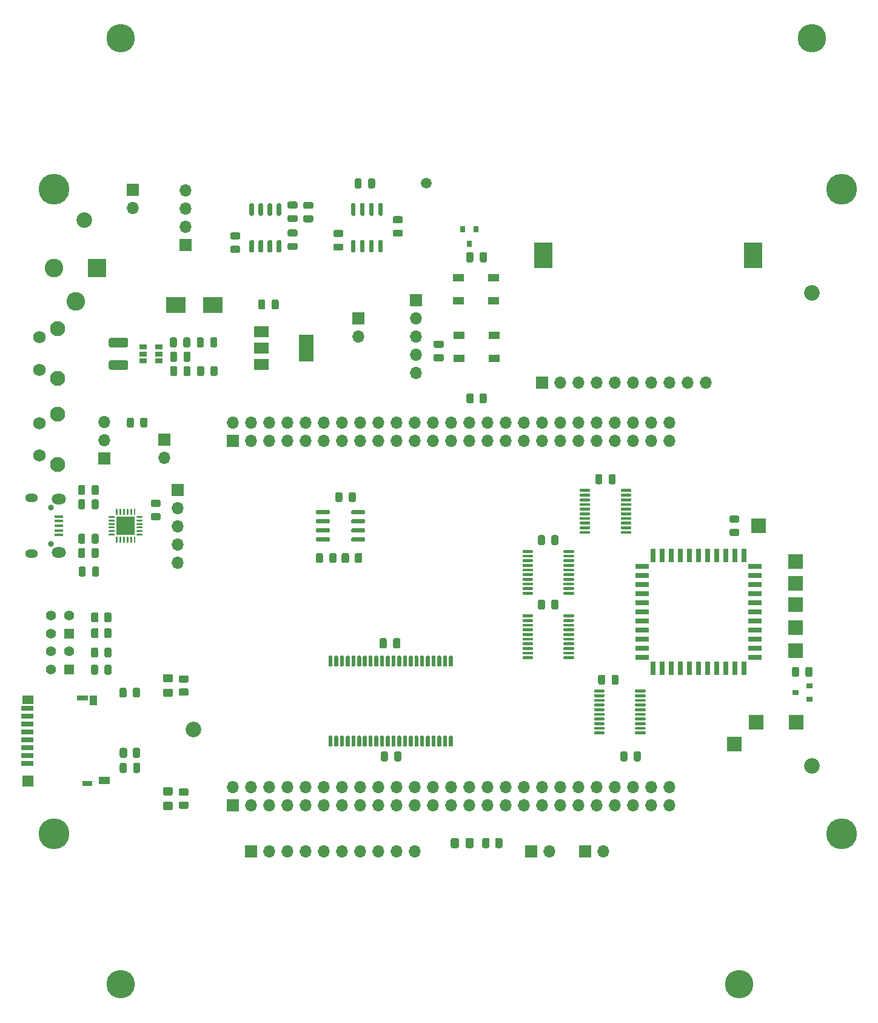
<source format=gbr>
%TF.GenerationSoftware,KiCad,Pcbnew,(5.1.9)-1*%
%TF.CreationDate,2021-03-26T15:36:56-04:00*%
%TF.ProjectId,hd6309sbc_v2c,68643633-3039-4736-9263-5f7632632e6b,1*%
%TF.SameCoordinates,Original*%
%TF.FileFunction,Soldermask,Top*%
%TF.FilePolarity,Negative*%
%FSLAX46Y46*%
G04 Gerber Fmt 4.6, Leading zero omitted, Abs format (unit mm)*
G04 Created by KiCad (PCBNEW (5.1.9)-1) date 2021-03-26 15:36:56*
%MOMM*%
%LPD*%
G01*
G04 APERTURE LIST*
%ADD10C,2.175000*%
%ADD11C,3.966010*%
%ADD12R,2.600000X3.600000*%
%ADD13O,1.700000X1.700000*%
%ADD14R,1.700000X1.700000*%
%ADD15R,2.000000X2.000000*%
%ADD16R,1.500000X1.000000*%
%ADD17C,1.408000*%
%ADD18R,1.408000X1.408000*%
%ADD19R,1.060000X0.650000*%
%ADD20R,2.700000X2.200000*%
%ADD21R,0.700000X1.925000*%
%ADD22R,1.925000X0.700000*%
%ADD23C,1.500000*%
%ADD24R,0.900000X0.800000*%
%ADD25C,2.600000*%
%ADD26R,2.600000X2.600000*%
%ADD27O,0.800000X0.800000*%
%ADD28O,1.800000X1.150000*%
%ADD29O,2.000000X1.450000*%
%ADD30R,1.300000X0.450000*%
%ADD31C,4.300000*%
%ADD32R,1.550000X1.000000*%
%ADD33R,1.500000X1.500000*%
%ADD34R,1.750000X0.700000*%
%ADD35R,1.400000X0.800000*%
%ADD36R,1.000000X1.450000*%
%ADD37R,1.500000X0.800000*%
%ADD38R,1.500000X1.300000*%
%ADD39R,2.000000X3.800000*%
%ADD40R,2.000000X1.500000*%
%ADD41R,0.800000X0.900000*%
%ADD42C,2.100000*%
%ADD43C,1.750000*%
G04 APERTURE END LIST*
D10*
%TO.C,RS4*%
X74440000Y-130480000D03*
%TD*%
%TO.C,RS1*%
X59200000Y-59360000D03*
%TD*%
%TO.C,RS2*%
X160800000Y-69520000D03*
%TD*%
%TO.C,RS3*%
X160800000Y-135560000D03*
%TD*%
D11*
%TO.C,RL4*%
X64280000Y-166040000D03*
%TD*%
%TO.C,RL3*%
X150640000Y-166040000D03*
%TD*%
%TO.C,RL2*%
X160800000Y-33960000D03*
%TD*%
%TO.C,RL1*%
X64280000Y-33960000D03*
%TD*%
D12*
%TO.C,BT1*%
X152650000Y-64200000D03*
X123350000Y-64200000D03*
%TD*%
D13*
%TO.C,J15*%
X72300000Y-107160000D03*
X72300000Y-104620000D03*
X72300000Y-102080000D03*
X72300000Y-99540000D03*
D14*
X72300000Y-97000000D03*
%TD*%
%TO.C,R23*%
G36*
G01*
X72649998Y-124712500D02*
X73550002Y-124712500D01*
G75*
G02*
X73800000Y-124962498I0J-249998D01*
G01*
X73800000Y-125487502D01*
G75*
G02*
X73550002Y-125737500I-249998J0D01*
G01*
X72649998Y-125737500D01*
G75*
G02*
X72400000Y-125487502I0J249998D01*
G01*
X72400000Y-124962498D01*
G75*
G02*
X72649998Y-124712500I249998J0D01*
G01*
G37*
G36*
G01*
X72649998Y-122887500D02*
X73550002Y-122887500D01*
G75*
G02*
X73800000Y-123137498I0J-249998D01*
G01*
X73800000Y-123662502D01*
G75*
G02*
X73550002Y-123912500I-249998J0D01*
G01*
X72649998Y-123912500D01*
G75*
G02*
X72400000Y-123662502I0J249998D01*
G01*
X72400000Y-123137498D01*
G75*
G02*
X72649998Y-122887500I249998J0D01*
G01*
G37*
%TD*%
%TO.C,D8*%
G36*
G01*
X71350001Y-123850000D02*
X70449999Y-123850000D01*
G75*
G02*
X70200000Y-123600001I0J249999D01*
G01*
X70200000Y-122949999D01*
G75*
G02*
X70449999Y-122700000I249999J0D01*
G01*
X71350001Y-122700000D01*
G75*
G02*
X71600000Y-122949999I0J-249999D01*
G01*
X71600000Y-123600001D01*
G75*
G02*
X71350001Y-123850000I-249999J0D01*
G01*
G37*
G36*
G01*
X71350001Y-125900000D02*
X70449999Y-125900000D01*
G75*
G02*
X70200000Y-125650001I0J249999D01*
G01*
X70200000Y-124999999D01*
G75*
G02*
X70449999Y-124750000I249999J0D01*
G01*
X71350001Y-124750000D01*
G75*
G02*
X71600000Y-124999999I0J-249999D01*
G01*
X71600000Y-125650001D01*
G75*
G02*
X71350001Y-125900000I-249999J0D01*
G01*
G37*
%TD*%
%TO.C,R22*%
G36*
G01*
X72649998Y-140500000D02*
X73550002Y-140500000D01*
G75*
G02*
X73800000Y-140749998I0J-249998D01*
G01*
X73800000Y-141275002D01*
G75*
G02*
X73550002Y-141525000I-249998J0D01*
G01*
X72649998Y-141525000D01*
G75*
G02*
X72400000Y-141275002I0J249998D01*
G01*
X72400000Y-140749998D01*
G75*
G02*
X72649998Y-140500000I249998J0D01*
G01*
G37*
G36*
G01*
X72649998Y-138675000D02*
X73550002Y-138675000D01*
G75*
G02*
X73800000Y-138924998I0J-249998D01*
G01*
X73800000Y-139450002D01*
G75*
G02*
X73550002Y-139700000I-249998J0D01*
G01*
X72649998Y-139700000D01*
G75*
G02*
X72400000Y-139450002I0J249998D01*
G01*
X72400000Y-138924998D01*
G75*
G02*
X72649998Y-138675000I249998J0D01*
G01*
G37*
%TD*%
%TO.C,D7*%
G36*
G01*
X71350001Y-139650000D02*
X70449999Y-139650000D01*
G75*
G02*
X70200000Y-139400001I0J249999D01*
G01*
X70200000Y-138749999D01*
G75*
G02*
X70449999Y-138500000I249999J0D01*
G01*
X71350001Y-138500000D01*
G75*
G02*
X71600000Y-138749999I0J-249999D01*
G01*
X71600000Y-139400001D01*
G75*
G02*
X71350001Y-139650000I-249999J0D01*
G01*
G37*
G36*
G01*
X71350001Y-141700000D02*
X70449999Y-141700000D01*
G75*
G02*
X70200000Y-141450001I0J249999D01*
G01*
X70200000Y-140799999D01*
G75*
G02*
X70449999Y-140550000I249999J0D01*
G01*
X71350001Y-140550000D01*
G75*
G02*
X71600000Y-140799999I0J-249999D01*
G01*
X71600000Y-141450001D01*
G75*
G02*
X71350001Y-141700000I-249999J0D01*
G01*
G37*
%TD*%
D13*
%TO.C,J11*%
X97500000Y-75540000D03*
D14*
X97500000Y-73000000D03*
%TD*%
D13*
%TO.C,J2*%
X146020000Y-82000000D03*
X143480000Y-82000000D03*
X140940000Y-82000000D03*
X138400000Y-82000000D03*
X135860000Y-82000000D03*
X133320000Y-82000000D03*
X130780000Y-82000000D03*
X128240000Y-82000000D03*
X125700000Y-82000000D03*
D14*
X123160000Y-82000000D03*
%TD*%
D13*
%TO.C,J1*%
X105360000Y-147500000D03*
X102820000Y-147500000D03*
X100280000Y-147500000D03*
X97740000Y-147500000D03*
X95200000Y-147500000D03*
X92660000Y-147500000D03*
X90120000Y-147500000D03*
X87580000Y-147500000D03*
X85040000Y-147500000D03*
D14*
X82500000Y-147500000D03*
%TD*%
%TO.C,R21*%
G36*
G01*
X116600000Y-146750002D02*
X116600000Y-145849998D01*
G75*
G02*
X116849998Y-145600000I249998J0D01*
G01*
X117375002Y-145600000D01*
G75*
G02*
X117625000Y-145849998I0J-249998D01*
G01*
X117625000Y-146750002D01*
G75*
G02*
X117375002Y-147000000I-249998J0D01*
G01*
X116849998Y-147000000D01*
G75*
G02*
X116600000Y-146750002I0J249998D01*
G01*
G37*
G36*
G01*
X114775000Y-146750002D02*
X114775000Y-145849998D01*
G75*
G02*
X115024998Y-145600000I249998J0D01*
G01*
X115550002Y-145600000D01*
G75*
G02*
X115800000Y-145849998I0J-249998D01*
G01*
X115800000Y-146750002D01*
G75*
G02*
X115550002Y-147000000I-249998J0D01*
G01*
X115024998Y-147000000D01*
G75*
G02*
X114775000Y-146750002I0J249998D01*
G01*
G37*
%TD*%
%TO.C,D6*%
G36*
G01*
X112450000Y-146750001D02*
X112450000Y-145849999D01*
G75*
G02*
X112699999Y-145600000I249999J0D01*
G01*
X113350001Y-145600000D01*
G75*
G02*
X113600000Y-145849999I0J-249999D01*
G01*
X113600000Y-146750001D01*
G75*
G02*
X113350001Y-147000000I-249999J0D01*
G01*
X112699999Y-147000000D01*
G75*
G02*
X112450000Y-146750001I0J249999D01*
G01*
G37*
G36*
G01*
X110400000Y-146750001D02*
X110400000Y-145849999D01*
G75*
G02*
X110649999Y-145600000I249999J0D01*
G01*
X111300001Y-145600000D01*
G75*
G02*
X111550000Y-145849999I0J-249999D01*
G01*
X111550000Y-146750001D01*
G75*
G02*
X111300001Y-147000000I-249999J0D01*
G01*
X110649999Y-147000000D01*
G75*
G02*
X110400000Y-146750001I0J249999D01*
G01*
G37*
%TD*%
%TO.C,C18*%
G36*
G01*
X108225000Y-78050000D02*
X109175000Y-78050000D01*
G75*
G02*
X109425000Y-78300000I0J-250000D01*
G01*
X109425000Y-78800000D01*
G75*
G02*
X109175000Y-79050000I-250000J0D01*
G01*
X108225000Y-79050000D01*
G75*
G02*
X107975000Y-78800000I0J250000D01*
G01*
X107975000Y-78300000D01*
G75*
G02*
X108225000Y-78050000I250000J0D01*
G01*
G37*
G36*
G01*
X108225000Y-76150000D02*
X109175000Y-76150000D01*
G75*
G02*
X109425000Y-76400000I0J-250000D01*
G01*
X109425000Y-76900000D01*
G75*
G02*
X109175000Y-77150000I-250000J0D01*
G01*
X108225000Y-77150000D01*
G75*
G02*
X107975000Y-76900000I0J250000D01*
G01*
X107975000Y-76400000D01*
G75*
G02*
X108225000Y-76150000I250000J0D01*
G01*
G37*
%TD*%
D13*
%TO.C,J13*%
X131700000Y-147500000D03*
D14*
X129160000Y-147500000D03*
%TD*%
D13*
%TO.C,J12*%
X124140000Y-147500000D03*
D14*
X121600000Y-147500000D03*
%TD*%
D15*
%TO.C,TP8*%
X158600000Y-129400000D03*
%TD*%
D13*
%TO.C,J10*%
X105500000Y-80660000D03*
X105500000Y-78120000D03*
X105500000Y-75580000D03*
X105500000Y-73040000D03*
D14*
X105500000Y-70500000D03*
%TD*%
%TO.C,U3*%
G36*
G01*
X96500000Y-100245000D02*
X96500000Y-99945000D01*
G75*
G02*
X96650000Y-99795000I150000J0D01*
G01*
X98300000Y-99795000D01*
G75*
G02*
X98450000Y-99945000I0J-150000D01*
G01*
X98450000Y-100245000D01*
G75*
G02*
X98300000Y-100395000I-150000J0D01*
G01*
X96650000Y-100395000D01*
G75*
G02*
X96500000Y-100245000I0J150000D01*
G01*
G37*
G36*
G01*
X96500000Y-101515000D02*
X96500000Y-101215000D01*
G75*
G02*
X96650000Y-101065000I150000J0D01*
G01*
X98300000Y-101065000D01*
G75*
G02*
X98450000Y-101215000I0J-150000D01*
G01*
X98450000Y-101515000D01*
G75*
G02*
X98300000Y-101665000I-150000J0D01*
G01*
X96650000Y-101665000D01*
G75*
G02*
X96500000Y-101515000I0J150000D01*
G01*
G37*
G36*
G01*
X96500000Y-102785000D02*
X96500000Y-102485000D01*
G75*
G02*
X96650000Y-102335000I150000J0D01*
G01*
X98300000Y-102335000D01*
G75*
G02*
X98450000Y-102485000I0J-150000D01*
G01*
X98450000Y-102785000D01*
G75*
G02*
X98300000Y-102935000I-150000J0D01*
G01*
X96650000Y-102935000D01*
G75*
G02*
X96500000Y-102785000I0J150000D01*
G01*
G37*
G36*
G01*
X96500000Y-104055000D02*
X96500000Y-103755000D01*
G75*
G02*
X96650000Y-103605000I150000J0D01*
G01*
X98300000Y-103605000D01*
G75*
G02*
X98450000Y-103755000I0J-150000D01*
G01*
X98450000Y-104055000D01*
G75*
G02*
X98300000Y-104205000I-150000J0D01*
G01*
X96650000Y-104205000D01*
G75*
G02*
X96500000Y-104055000I0J150000D01*
G01*
G37*
G36*
G01*
X91550000Y-104055000D02*
X91550000Y-103755000D01*
G75*
G02*
X91700000Y-103605000I150000J0D01*
G01*
X93350000Y-103605000D01*
G75*
G02*
X93500000Y-103755000I0J-150000D01*
G01*
X93500000Y-104055000D01*
G75*
G02*
X93350000Y-104205000I-150000J0D01*
G01*
X91700000Y-104205000D01*
G75*
G02*
X91550000Y-104055000I0J150000D01*
G01*
G37*
G36*
G01*
X91550000Y-102785000D02*
X91550000Y-102485000D01*
G75*
G02*
X91700000Y-102335000I150000J0D01*
G01*
X93350000Y-102335000D01*
G75*
G02*
X93500000Y-102485000I0J-150000D01*
G01*
X93500000Y-102785000D01*
G75*
G02*
X93350000Y-102935000I-150000J0D01*
G01*
X91700000Y-102935000D01*
G75*
G02*
X91550000Y-102785000I0J150000D01*
G01*
G37*
G36*
G01*
X91550000Y-101515000D02*
X91550000Y-101215000D01*
G75*
G02*
X91700000Y-101065000I150000J0D01*
G01*
X93350000Y-101065000D01*
G75*
G02*
X93500000Y-101215000I0J-150000D01*
G01*
X93500000Y-101515000D01*
G75*
G02*
X93350000Y-101665000I-150000J0D01*
G01*
X91700000Y-101665000D01*
G75*
G02*
X91550000Y-101515000I0J150000D01*
G01*
G37*
G36*
G01*
X91550000Y-100245000D02*
X91550000Y-99945000D01*
G75*
G02*
X91700000Y-99795000I150000J0D01*
G01*
X93350000Y-99795000D01*
G75*
G02*
X93500000Y-99945000I0J-150000D01*
G01*
X93500000Y-100245000D01*
G75*
G02*
X93350000Y-100395000I-150000J0D01*
G01*
X91700000Y-100395000D01*
G75*
G02*
X91550000Y-100245000I0J150000D01*
G01*
G37*
%TD*%
%TO.C,R16*%
G36*
G01*
X113600000Y-83749998D02*
X113600000Y-84650002D01*
G75*
G02*
X113350002Y-84900000I-249998J0D01*
G01*
X112824998Y-84900000D01*
G75*
G02*
X112575000Y-84650002I0J249998D01*
G01*
X112575000Y-83749998D01*
G75*
G02*
X112824998Y-83500000I249998J0D01*
G01*
X113350002Y-83500000D01*
G75*
G02*
X113600000Y-83749998I0J-249998D01*
G01*
G37*
G36*
G01*
X115425000Y-83749998D02*
X115425000Y-84650002D01*
G75*
G02*
X115175002Y-84900000I-249998J0D01*
G01*
X114649998Y-84900000D01*
G75*
G02*
X114400000Y-84650002I0J249998D01*
G01*
X114400000Y-83749998D01*
G75*
G02*
X114649998Y-83500000I249998J0D01*
G01*
X115175002Y-83500000D01*
G75*
G02*
X115425000Y-83749998I0J-249998D01*
G01*
G37*
%TD*%
%TO.C,U10*%
G36*
G01*
X136125000Y-125175000D02*
X136125000Y-124975000D01*
G75*
G02*
X136225000Y-124875000I100000J0D01*
G01*
X137500000Y-124875000D01*
G75*
G02*
X137600000Y-124975000I0J-100000D01*
G01*
X137600000Y-125175000D01*
G75*
G02*
X137500000Y-125275000I-100000J0D01*
G01*
X136225000Y-125275000D01*
G75*
G02*
X136125000Y-125175000I0J100000D01*
G01*
G37*
G36*
G01*
X136125000Y-125825000D02*
X136125000Y-125625000D01*
G75*
G02*
X136225000Y-125525000I100000J0D01*
G01*
X137500000Y-125525000D01*
G75*
G02*
X137600000Y-125625000I0J-100000D01*
G01*
X137600000Y-125825000D01*
G75*
G02*
X137500000Y-125925000I-100000J0D01*
G01*
X136225000Y-125925000D01*
G75*
G02*
X136125000Y-125825000I0J100000D01*
G01*
G37*
G36*
G01*
X136125000Y-126475000D02*
X136125000Y-126275000D01*
G75*
G02*
X136225000Y-126175000I100000J0D01*
G01*
X137500000Y-126175000D01*
G75*
G02*
X137600000Y-126275000I0J-100000D01*
G01*
X137600000Y-126475000D01*
G75*
G02*
X137500000Y-126575000I-100000J0D01*
G01*
X136225000Y-126575000D01*
G75*
G02*
X136125000Y-126475000I0J100000D01*
G01*
G37*
G36*
G01*
X136125000Y-127125000D02*
X136125000Y-126925000D01*
G75*
G02*
X136225000Y-126825000I100000J0D01*
G01*
X137500000Y-126825000D01*
G75*
G02*
X137600000Y-126925000I0J-100000D01*
G01*
X137600000Y-127125000D01*
G75*
G02*
X137500000Y-127225000I-100000J0D01*
G01*
X136225000Y-127225000D01*
G75*
G02*
X136125000Y-127125000I0J100000D01*
G01*
G37*
G36*
G01*
X136125000Y-127775000D02*
X136125000Y-127575000D01*
G75*
G02*
X136225000Y-127475000I100000J0D01*
G01*
X137500000Y-127475000D01*
G75*
G02*
X137600000Y-127575000I0J-100000D01*
G01*
X137600000Y-127775000D01*
G75*
G02*
X137500000Y-127875000I-100000J0D01*
G01*
X136225000Y-127875000D01*
G75*
G02*
X136125000Y-127775000I0J100000D01*
G01*
G37*
G36*
G01*
X136125000Y-128425000D02*
X136125000Y-128225000D01*
G75*
G02*
X136225000Y-128125000I100000J0D01*
G01*
X137500000Y-128125000D01*
G75*
G02*
X137600000Y-128225000I0J-100000D01*
G01*
X137600000Y-128425000D01*
G75*
G02*
X137500000Y-128525000I-100000J0D01*
G01*
X136225000Y-128525000D01*
G75*
G02*
X136125000Y-128425000I0J100000D01*
G01*
G37*
G36*
G01*
X136125000Y-129075000D02*
X136125000Y-128875000D01*
G75*
G02*
X136225000Y-128775000I100000J0D01*
G01*
X137500000Y-128775000D01*
G75*
G02*
X137600000Y-128875000I0J-100000D01*
G01*
X137600000Y-129075000D01*
G75*
G02*
X137500000Y-129175000I-100000J0D01*
G01*
X136225000Y-129175000D01*
G75*
G02*
X136125000Y-129075000I0J100000D01*
G01*
G37*
G36*
G01*
X136125000Y-129725000D02*
X136125000Y-129525000D01*
G75*
G02*
X136225000Y-129425000I100000J0D01*
G01*
X137500000Y-129425000D01*
G75*
G02*
X137600000Y-129525000I0J-100000D01*
G01*
X137600000Y-129725000D01*
G75*
G02*
X137500000Y-129825000I-100000J0D01*
G01*
X136225000Y-129825000D01*
G75*
G02*
X136125000Y-129725000I0J100000D01*
G01*
G37*
G36*
G01*
X136125000Y-130375000D02*
X136125000Y-130175000D01*
G75*
G02*
X136225000Y-130075000I100000J0D01*
G01*
X137500000Y-130075000D01*
G75*
G02*
X137600000Y-130175000I0J-100000D01*
G01*
X137600000Y-130375000D01*
G75*
G02*
X137500000Y-130475000I-100000J0D01*
G01*
X136225000Y-130475000D01*
G75*
G02*
X136125000Y-130375000I0J100000D01*
G01*
G37*
G36*
G01*
X136125000Y-131025000D02*
X136125000Y-130825000D01*
G75*
G02*
X136225000Y-130725000I100000J0D01*
G01*
X137500000Y-130725000D01*
G75*
G02*
X137600000Y-130825000I0J-100000D01*
G01*
X137600000Y-131025000D01*
G75*
G02*
X137500000Y-131125000I-100000J0D01*
G01*
X136225000Y-131125000D01*
G75*
G02*
X136125000Y-131025000I0J100000D01*
G01*
G37*
G36*
G01*
X130400000Y-131025000D02*
X130400000Y-130825000D01*
G75*
G02*
X130500000Y-130725000I100000J0D01*
G01*
X131775000Y-130725000D01*
G75*
G02*
X131875000Y-130825000I0J-100000D01*
G01*
X131875000Y-131025000D01*
G75*
G02*
X131775000Y-131125000I-100000J0D01*
G01*
X130500000Y-131125000D01*
G75*
G02*
X130400000Y-131025000I0J100000D01*
G01*
G37*
G36*
G01*
X130400000Y-130375000D02*
X130400000Y-130175000D01*
G75*
G02*
X130500000Y-130075000I100000J0D01*
G01*
X131775000Y-130075000D01*
G75*
G02*
X131875000Y-130175000I0J-100000D01*
G01*
X131875000Y-130375000D01*
G75*
G02*
X131775000Y-130475000I-100000J0D01*
G01*
X130500000Y-130475000D01*
G75*
G02*
X130400000Y-130375000I0J100000D01*
G01*
G37*
G36*
G01*
X130400000Y-129725000D02*
X130400000Y-129525000D01*
G75*
G02*
X130500000Y-129425000I100000J0D01*
G01*
X131775000Y-129425000D01*
G75*
G02*
X131875000Y-129525000I0J-100000D01*
G01*
X131875000Y-129725000D01*
G75*
G02*
X131775000Y-129825000I-100000J0D01*
G01*
X130500000Y-129825000D01*
G75*
G02*
X130400000Y-129725000I0J100000D01*
G01*
G37*
G36*
G01*
X130400000Y-129075000D02*
X130400000Y-128875000D01*
G75*
G02*
X130500000Y-128775000I100000J0D01*
G01*
X131775000Y-128775000D01*
G75*
G02*
X131875000Y-128875000I0J-100000D01*
G01*
X131875000Y-129075000D01*
G75*
G02*
X131775000Y-129175000I-100000J0D01*
G01*
X130500000Y-129175000D01*
G75*
G02*
X130400000Y-129075000I0J100000D01*
G01*
G37*
G36*
G01*
X130400000Y-128425000D02*
X130400000Y-128225000D01*
G75*
G02*
X130500000Y-128125000I100000J0D01*
G01*
X131775000Y-128125000D01*
G75*
G02*
X131875000Y-128225000I0J-100000D01*
G01*
X131875000Y-128425000D01*
G75*
G02*
X131775000Y-128525000I-100000J0D01*
G01*
X130500000Y-128525000D01*
G75*
G02*
X130400000Y-128425000I0J100000D01*
G01*
G37*
G36*
G01*
X130400000Y-127775000D02*
X130400000Y-127575000D01*
G75*
G02*
X130500000Y-127475000I100000J0D01*
G01*
X131775000Y-127475000D01*
G75*
G02*
X131875000Y-127575000I0J-100000D01*
G01*
X131875000Y-127775000D01*
G75*
G02*
X131775000Y-127875000I-100000J0D01*
G01*
X130500000Y-127875000D01*
G75*
G02*
X130400000Y-127775000I0J100000D01*
G01*
G37*
G36*
G01*
X130400000Y-127125000D02*
X130400000Y-126925000D01*
G75*
G02*
X130500000Y-126825000I100000J0D01*
G01*
X131775000Y-126825000D01*
G75*
G02*
X131875000Y-126925000I0J-100000D01*
G01*
X131875000Y-127125000D01*
G75*
G02*
X131775000Y-127225000I-100000J0D01*
G01*
X130500000Y-127225000D01*
G75*
G02*
X130400000Y-127125000I0J100000D01*
G01*
G37*
G36*
G01*
X130400000Y-126475000D02*
X130400000Y-126275000D01*
G75*
G02*
X130500000Y-126175000I100000J0D01*
G01*
X131775000Y-126175000D01*
G75*
G02*
X131875000Y-126275000I0J-100000D01*
G01*
X131875000Y-126475000D01*
G75*
G02*
X131775000Y-126575000I-100000J0D01*
G01*
X130500000Y-126575000D01*
G75*
G02*
X130400000Y-126475000I0J100000D01*
G01*
G37*
G36*
G01*
X130400000Y-125825000D02*
X130400000Y-125625000D01*
G75*
G02*
X130500000Y-125525000I100000J0D01*
G01*
X131775000Y-125525000D01*
G75*
G02*
X131875000Y-125625000I0J-100000D01*
G01*
X131875000Y-125825000D01*
G75*
G02*
X131775000Y-125925000I-100000J0D01*
G01*
X130500000Y-125925000D01*
G75*
G02*
X130400000Y-125825000I0J100000D01*
G01*
G37*
G36*
G01*
X130400000Y-125175000D02*
X130400000Y-124975000D01*
G75*
G02*
X130500000Y-124875000I100000J0D01*
G01*
X131775000Y-124875000D01*
G75*
G02*
X131875000Y-124975000I0J-100000D01*
G01*
X131875000Y-125175000D01*
G75*
G02*
X131775000Y-125275000I-100000J0D01*
G01*
X130500000Y-125275000D01*
G75*
G02*
X130400000Y-125175000I0J100000D01*
G01*
G37*
%TD*%
D16*
%TO.C,D5*%
X111550000Y-75400000D03*
X111550000Y-78600000D03*
X116450000Y-75400000D03*
X116450000Y-78600000D03*
%TD*%
D13*
%TO.C,QM2*%
X140960000Y-87620000D03*
X140960000Y-90160000D03*
X138420000Y-87620000D03*
X138420000Y-90160000D03*
X135880000Y-87620000D03*
X135880000Y-90160000D03*
X133340000Y-87620000D03*
X133340000Y-90160000D03*
X130800000Y-87620000D03*
X130800000Y-90160000D03*
X128260000Y-87620000D03*
X128260000Y-90160000D03*
X125720000Y-87620000D03*
X125720000Y-90160000D03*
X123180000Y-87620000D03*
X123180000Y-90160000D03*
X120640000Y-87620000D03*
X120640000Y-90160000D03*
X118100000Y-87620000D03*
X118100000Y-90160000D03*
X115560000Y-87620000D03*
X115560000Y-90160000D03*
X113020000Y-87620000D03*
X113020000Y-90160000D03*
X110480000Y-87620000D03*
X110480000Y-90160000D03*
X107940000Y-87620000D03*
X107940000Y-90160000D03*
X105400000Y-87620000D03*
X105400000Y-90160000D03*
X102860000Y-87620000D03*
X102860000Y-90160000D03*
X100320000Y-87620000D03*
X100320000Y-90160000D03*
X97780000Y-87620000D03*
X97780000Y-90160000D03*
X95240000Y-87620000D03*
X95240000Y-90160000D03*
X92700000Y-87620000D03*
X92700000Y-90160000D03*
X90160000Y-87620000D03*
X90160000Y-90160000D03*
X87620000Y-87620000D03*
X87620000Y-90160000D03*
X85080000Y-87620000D03*
X85080000Y-90160000D03*
X82540000Y-87620000D03*
X82540000Y-90160000D03*
X80000000Y-87620000D03*
D14*
X80000000Y-90160000D03*
%TD*%
%TO.C,C17*%
G36*
G01*
X114450000Y-64975000D02*
X114450000Y-64025000D01*
G75*
G02*
X114700000Y-63775000I250000J0D01*
G01*
X115200000Y-63775000D01*
G75*
G02*
X115450000Y-64025000I0J-250000D01*
G01*
X115450000Y-64975000D01*
G75*
G02*
X115200000Y-65225000I-250000J0D01*
G01*
X114700000Y-65225000D01*
G75*
G02*
X114450000Y-64975000I0J250000D01*
G01*
G37*
G36*
G01*
X112550000Y-64975000D02*
X112550000Y-64025000D01*
G75*
G02*
X112800000Y-63775000I250000J0D01*
G01*
X113300000Y-63775000D01*
G75*
G02*
X113550000Y-64025000I0J-250000D01*
G01*
X113550000Y-64975000D01*
G75*
G02*
X113300000Y-65225000I-250000J0D01*
G01*
X112800000Y-65225000D01*
G75*
G02*
X112550000Y-64975000I0J250000D01*
G01*
G37*
%TD*%
%TO.C,R15*%
G36*
G01*
X62000000Y-115250002D02*
X62000000Y-114349998D01*
G75*
G02*
X62249998Y-114100000I249998J0D01*
G01*
X62775002Y-114100000D01*
G75*
G02*
X63025000Y-114349998I0J-249998D01*
G01*
X63025000Y-115250002D01*
G75*
G02*
X62775002Y-115500000I-249998J0D01*
G01*
X62249998Y-115500000D01*
G75*
G02*
X62000000Y-115250002I0J249998D01*
G01*
G37*
G36*
G01*
X60175000Y-115250002D02*
X60175000Y-114349998D01*
G75*
G02*
X60424998Y-114100000I249998J0D01*
G01*
X60950002Y-114100000D01*
G75*
G02*
X61200000Y-114349998I0J-249998D01*
G01*
X61200000Y-115250002D01*
G75*
G02*
X60950002Y-115500000I-249998J0D01*
G01*
X60424998Y-115500000D01*
G75*
G02*
X60175000Y-115250002I0J249998D01*
G01*
G37*
%TD*%
%TO.C,R14*%
G36*
G01*
X62000000Y-117450002D02*
X62000000Y-116549998D01*
G75*
G02*
X62249998Y-116300000I249998J0D01*
G01*
X62775002Y-116300000D01*
G75*
G02*
X63025000Y-116549998I0J-249998D01*
G01*
X63025000Y-117450002D01*
G75*
G02*
X62775002Y-117700000I-249998J0D01*
G01*
X62249998Y-117700000D01*
G75*
G02*
X62000000Y-117450002I0J249998D01*
G01*
G37*
G36*
G01*
X60175000Y-117450002D02*
X60175000Y-116549998D01*
G75*
G02*
X60424998Y-116300000I249998J0D01*
G01*
X60950002Y-116300000D01*
G75*
G02*
X61200000Y-116549998I0J-249998D01*
G01*
X61200000Y-117450002D01*
G75*
G02*
X60950002Y-117700000I-249998J0D01*
G01*
X60424998Y-117700000D01*
G75*
G02*
X60175000Y-117450002I0J249998D01*
G01*
G37*
%TD*%
D17*
%TO.C,D2*%
X57115000Y-114530000D03*
X54575000Y-117070000D03*
X54575000Y-114530000D03*
D18*
X57115000Y-117070000D03*
%TD*%
D13*
%TO.C,QM1*%
X140960000Y-138460000D03*
X140960000Y-141000000D03*
X138420000Y-138460000D03*
X138420000Y-141000000D03*
X135880000Y-138460000D03*
X135880000Y-141000000D03*
X133340000Y-138460000D03*
X133340000Y-141000000D03*
X130800000Y-138460000D03*
X130800000Y-141000000D03*
X128260000Y-138460000D03*
X128260000Y-141000000D03*
X125720000Y-138460000D03*
X125720000Y-141000000D03*
X123180000Y-138460000D03*
X123180000Y-141000000D03*
X120640000Y-138460000D03*
X120640000Y-141000000D03*
X118100000Y-138460000D03*
X118100000Y-141000000D03*
X115560000Y-138460000D03*
X115560000Y-141000000D03*
X113020000Y-138460000D03*
X113020000Y-141000000D03*
X110480000Y-138460000D03*
X110480000Y-141000000D03*
X107940000Y-138460000D03*
X107940000Y-141000000D03*
X105400000Y-138460000D03*
X105400000Y-141000000D03*
X102860000Y-138460000D03*
X102860000Y-141000000D03*
X100320000Y-138460000D03*
X100320000Y-141000000D03*
X97780000Y-138460000D03*
X97780000Y-141000000D03*
X95240000Y-138460000D03*
X95240000Y-141000000D03*
X92700000Y-138460000D03*
X92700000Y-141000000D03*
X90160000Y-138460000D03*
X90160000Y-141000000D03*
X87620000Y-138460000D03*
X87620000Y-141000000D03*
X85080000Y-138460000D03*
X85080000Y-141000000D03*
X82540000Y-138460000D03*
X82540000Y-141000000D03*
X80000000Y-138460000D03*
D14*
X80000000Y-141000000D03*
%TD*%
%TO.C,C8*%
G36*
G01*
X65100003Y-77100000D02*
X62899997Y-77100000D01*
G75*
G02*
X62650000Y-76850003I0J249997D01*
G01*
X62650000Y-76024997D01*
G75*
G02*
X62899997Y-75775000I249997J0D01*
G01*
X65100003Y-75775000D01*
G75*
G02*
X65350000Y-76024997I0J-249997D01*
G01*
X65350000Y-76850003D01*
G75*
G02*
X65100003Y-77100000I-249997J0D01*
G01*
G37*
G36*
G01*
X65100003Y-80225000D02*
X62899997Y-80225000D01*
G75*
G02*
X62650000Y-79975003I0J249997D01*
G01*
X62650000Y-79149997D01*
G75*
G02*
X62899997Y-78900000I249997J0D01*
G01*
X65100003Y-78900000D01*
G75*
G02*
X65350000Y-79149997I0J-249997D01*
G01*
X65350000Y-79975003D01*
G75*
G02*
X65100003Y-80225000I-249997J0D01*
G01*
G37*
%TD*%
D19*
%TO.C,U5*%
X69600000Y-78000000D03*
X69600000Y-77050000D03*
X69600000Y-78950000D03*
X67400000Y-78950000D03*
X67400000Y-78000000D03*
X67400000Y-77050000D03*
%TD*%
D20*
%TO.C,L1*%
X77150000Y-71200000D03*
X72050000Y-71200000D03*
%TD*%
%TO.C,R11*%
G36*
G01*
X96987500Y-106950002D02*
X96987500Y-106049998D01*
G75*
G02*
X97237498Y-105800000I249998J0D01*
G01*
X97762502Y-105800000D01*
G75*
G02*
X98012500Y-106049998I0J-249998D01*
G01*
X98012500Y-106950002D01*
G75*
G02*
X97762502Y-107200000I-249998J0D01*
G01*
X97237498Y-107200000D01*
G75*
G02*
X96987500Y-106950002I0J249998D01*
G01*
G37*
G36*
G01*
X95162500Y-106950002D02*
X95162500Y-106049998D01*
G75*
G02*
X95412498Y-105800000I249998J0D01*
G01*
X95937502Y-105800000D01*
G75*
G02*
X96187500Y-106049998I0J-249998D01*
G01*
X96187500Y-106950002D01*
G75*
G02*
X95937502Y-107200000I-249998J0D01*
G01*
X95412498Y-107200000D01*
G75*
G02*
X95162500Y-106950002I0J249998D01*
G01*
G37*
%TD*%
%TO.C,R9*%
G36*
G01*
X65200000Y-133249998D02*
X65200000Y-134150002D01*
G75*
G02*
X64950002Y-134400000I-249998J0D01*
G01*
X64424998Y-134400000D01*
G75*
G02*
X64175000Y-134150002I0J249998D01*
G01*
X64175000Y-133249998D01*
G75*
G02*
X64424998Y-133000000I249998J0D01*
G01*
X64950002Y-133000000D01*
G75*
G02*
X65200000Y-133249998I0J-249998D01*
G01*
G37*
G36*
G01*
X67025000Y-133249998D02*
X67025000Y-134150002D01*
G75*
G02*
X66775002Y-134400000I-249998J0D01*
G01*
X66249998Y-134400000D01*
G75*
G02*
X66000000Y-134150002I0J249998D01*
G01*
X66000000Y-133249998D01*
G75*
G02*
X66249998Y-133000000I249998J0D01*
G01*
X66775002Y-133000000D01*
G75*
G02*
X67025000Y-133249998I0J-249998D01*
G01*
G37*
%TD*%
D15*
%TO.C,TP7*%
X158500000Y-116200000D03*
%TD*%
D21*
%TO.C,U1*%
X151350000Y-121862500D03*
X150080000Y-121862500D03*
X148810000Y-121862500D03*
X147540000Y-121862500D03*
X146270000Y-121862500D03*
X145000000Y-121862500D03*
X143730000Y-121862500D03*
X142460000Y-121862500D03*
X141190000Y-121862500D03*
X139920000Y-121862500D03*
X138650000Y-121862500D03*
D22*
X137137500Y-120350000D03*
X137137500Y-119080000D03*
X137137500Y-117810000D03*
X137137500Y-116540000D03*
X137137500Y-115270000D03*
X137137500Y-114000000D03*
X137137500Y-112730000D03*
X137137500Y-111460000D03*
X137137500Y-110190000D03*
X137137500Y-108920000D03*
X137137500Y-107650000D03*
D21*
X138650000Y-106137500D03*
X139920000Y-106137500D03*
X141190000Y-106137500D03*
X142460000Y-106137500D03*
X143730000Y-106137500D03*
X145000000Y-106137500D03*
X146270000Y-106137500D03*
X147540000Y-106137500D03*
X148810000Y-106137500D03*
X150080000Y-106137500D03*
X151350000Y-106137500D03*
D22*
X152862500Y-120350000D03*
X152862500Y-119080000D03*
X152862500Y-117810000D03*
X152862500Y-116540000D03*
X152862500Y-115270000D03*
X152862500Y-107650000D03*
X152862500Y-108920000D03*
X152862500Y-110190000D03*
X152862500Y-111460000D03*
X152862500Y-112730000D03*
X152862500Y-114000000D03*
%TD*%
%TO.C,C16*%
G36*
G01*
X101450000Y-117925000D02*
X101450000Y-118875000D01*
G75*
G02*
X101200000Y-119125000I-250000J0D01*
G01*
X100700000Y-119125000D01*
G75*
G02*
X100450000Y-118875000I0J250000D01*
G01*
X100450000Y-117925000D01*
G75*
G02*
X100700000Y-117675000I250000J0D01*
G01*
X101200000Y-117675000D01*
G75*
G02*
X101450000Y-117925000I0J-250000D01*
G01*
G37*
G36*
G01*
X103350000Y-117925000D02*
X103350000Y-118875000D01*
G75*
G02*
X103100000Y-119125000I-250000J0D01*
G01*
X102600000Y-119125000D01*
G75*
G02*
X102350000Y-118875000I0J250000D01*
G01*
X102350000Y-117925000D01*
G75*
G02*
X102600000Y-117675000I250000J0D01*
G01*
X103100000Y-117675000D01*
G75*
G02*
X103350000Y-117925000I0J-250000D01*
G01*
G37*
%TD*%
%TO.C,U12*%
G36*
G01*
X96940000Y-58700000D02*
X96640000Y-58700000D01*
G75*
G02*
X96490000Y-58550000I0J150000D01*
G01*
X96490000Y-57100000D01*
G75*
G02*
X96640000Y-56950000I150000J0D01*
G01*
X96940000Y-56950000D01*
G75*
G02*
X97090000Y-57100000I0J-150000D01*
G01*
X97090000Y-58550000D01*
G75*
G02*
X96940000Y-58700000I-150000J0D01*
G01*
G37*
G36*
G01*
X98210000Y-58700000D02*
X97910000Y-58700000D01*
G75*
G02*
X97760000Y-58550000I0J150000D01*
G01*
X97760000Y-57100000D01*
G75*
G02*
X97910000Y-56950000I150000J0D01*
G01*
X98210000Y-56950000D01*
G75*
G02*
X98360000Y-57100000I0J-150000D01*
G01*
X98360000Y-58550000D01*
G75*
G02*
X98210000Y-58700000I-150000J0D01*
G01*
G37*
G36*
G01*
X99480000Y-58700000D02*
X99180000Y-58700000D01*
G75*
G02*
X99030000Y-58550000I0J150000D01*
G01*
X99030000Y-57100000D01*
G75*
G02*
X99180000Y-56950000I150000J0D01*
G01*
X99480000Y-56950000D01*
G75*
G02*
X99630000Y-57100000I0J-150000D01*
G01*
X99630000Y-58550000D01*
G75*
G02*
X99480000Y-58700000I-150000J0D01*
G01*
G37*
G36*
G01*
X100750000Y-58700000D02*
X100450000Y-58700000D01*
G75*
G02*
X100300000Y-58550000I0J150000D01*
G01*
X100300000Y-57100000D01*
G75*
G02*
X100450000Y-56950000I150000J0D01*
G01*
X100750000Y-56950000D01*
G75*
G02*
X100900000Y-57100000I0J-150000D01*
G01*
X100900000Y-58550000D01*
G75*
G02*
X100750000Y-58700000I-150000J0D01*
G01*
G37*
G36*
G01*
X100750000Y-63850000D02*
X100450000Y-63850000D01*
G75*
G02*
X100300000Y-63700000I0J150000D01*
G01*
X100300000Y-62250000D01*
G75*
G02*
X100450000Y-62100000I150000J0D01*
G01*
X100750000Y-62100000D01*
G75*
G02*
X100900000Y-62250000I0J-150000D01*
G01*
X100900000Y-63700000D01*
G75*
G02*
X100750000Y-63850000I-150000J0D01*
G01*
G37*
G36*
G01*
X99480000Y-63850000D02*
X99180000Y-63850000D01*
G75*
G02*
X99030000Y-63700000I0J150000D01*
G01*
X99030000Y-62250000D01*
G75*
G02*
X99180000Y-62100000I150000J0D01*
G01*
X99480000Y-62100000D01*
G75*
G02*
X99630000Y-62250000I0J-150000D01*
G01*
X99630000Y-63700000D01*
G75*
G02*
X99480000Y-63850000I-150000J0D01*
G01*
G37*
G36*
G01*
X98210000Y-63850000D02*
X97910000Y-63850000D01*
G75*
G02*
X97760000Y-63700000I0J150000D01*
G01*
X97760000Y-62250000D01*
G75*
G02*
X97910000Y-62100000I150000J0D01*
G01*
X98210000Y-62100000D01*
G75*
G02*
X98360000Y-62250000I0J-150000D01*
G01*
X98360000Y-63700000D01*
G75*
G02*
X98210000Y-63850000I-150000J0D01*
G01*
G37*
G36*
G01*
X96940000Y-63850000D02*
X96640000Y-63850000D01*
G75*
G02*
X96490000Y-63700000I0J150000D01*
G01*
X96490000Y-62250000D01*
G75*
G02*
X96640000Y-62100000I150000J0D01*
G01*
X96940000Y-62100000D01*
G75*
G02*
X97090000Y-62250000I0J-150000D01*
G01*
X97090000Y-63700000D01*
G75*
G02*
X96940000Y-63850000I-150000J0D01*
G01*
G37*
%TD*%
%TO.C,R5*%
G36*
G01*
X92550000Y-106043750D02*
X92550000Y-106956250D01*
G75*
G02*
X92306250Y-107200000I-243750J0D01*
G01*
X91818750Y-107200000D01*
G75*
G02*
X91575000Y-106956250I0J243750D01*
G01*
X91575000Y-106043750D01*
G75*
G02*
X91818750Y-105800000I243750J0D01*
G01*
X92306250Y-105800000D01*
G75*
G02*
X92550000Y-106043750I0J-243750D01*
G01*
G37*
G36*
G01*
X94425000Y-106043750D02*
X94425000Y-106956250D01*
G75*
G02*
X94181250Y-107200000I-243750J0D01*
G01*
X93693750Y-107200000D01*
G75*
G02*
X93450000Y-106956250I0J243750D01*
G01*
X93450000Y-106043750D01*
G75*
G02*
X93693750Y-105800000I243750J0D01*
G01*
X94181250Y-105800000D01*
G75*
G02*
X94425000Y-106043750I0J-243750D01*
G01*
G37*
%TD*%
%TO.C,C1*%
G36*
G01*
X96150000Y-98456250D02*
X96150000Y-97543750D01*
G75*
G02*
X96393750Y-97300000I243750J0D01*
G01*
X96881250Y-97300000D01*
G75*
G02*
X97125000Y-97543750I0J-243750D01*
G01*
X97125000Y-98456250D01*
G75*
G02*
X96881250Y-98700000I-243750J0D01*
G01*
X96393750Y-98700000D01*
G75*
G02*
X96150000Y-98456250I0J243750D01*
G01*
G37*
G36*
G01*
X94275000Y-98456250D02*
X94275000Y-97543750D01*
G75*
G02*
X94518750Y-97300000I243750J0D01*
G01*
X95006250Y-97300000D01*
G75*
G02*
X95250000Y-97543750I0J-243750D01*
G01*
X95250000Y-98456250D01*
G75*
G02*
X95006250Y-98700000I-243750J0D01*
G01*
X94518750Y-98700000D01*
G75*
G02*
X94275000Y-98456250I0J243750D01*
G01*
G37*
%TD*%
D13*
%TO.C,J8*%
X70400000Y-92540000D03*
D14*
X70400000Y-90000000D03*
%TD*%
%TO.C,U11*%
G36*
G01*
X126125000Y-105675000D02*
X126125000Y-105475000D01*
G75*
G02*
X126225000Y-105375000I100000J0D01*
G01*
X127500000Y-105375000D01*
G75*
G02*
X127600000Y-105475000I0J-100000D01*
G01*
X127600000Y-105675000D01*
G75*
G02*
X127500000Y-105775000I-100000J0D01*
G01*
X126225000Y-105775000D01*
G75*
G02*
X126125000Y-105675000I0J100000D01*
G01*
G37*
G36*
G01*
X126125000Y-106325000D02*
X126125000Y-106125000D01*
G75*
G02*
X126225000Y-106025000I100000J0D01*
G01*
X127500000Y-106025000D01*
G75*
G02*
X127600000Y-106125000I0J-100000D01*
G01*
X127600000Y-106325000D01*
G75*
G02*
X127500000Y-106425000I-100000J0D01*
G01*
X126225000Y-106425000D01*
G75*
G02*
X126125000Y-106325000I0J100000D01*
G01*
G37*
G36*
G01*
X126125000Y-106975000D02*
X126125000Y-106775000D01*
G75*
G02*
X126225000Y-106675000I100000J0D01*
G01*
X127500000Y-106675000D01*
G75*
G02*
X127600000Y-106775000I0J-100000D01*
G01*
X127600000Y-106975000D01*
G75*
G02*
X127500000Y-107075000I-100000J0D01*
G01*
X126225000Y-107075000D01*
G75*
G02*
X126125000Y-106975000I0J100000D01*
G01*
G37*
G36*
G01*
X126125000Y-107625000D02*
X126125000Y-107425000D01*
G75*
G02*
X126225000Y-107325000I100000J0D01*
G01*
X127500000Y-107325000D01*
G75*
G02*
X127600000Y-107425000I0J-100000D01*
G01*
X127600000Y-107625000D01*
G75*
G02*
X127500000Y-107725000I-100000J0D01*
G01*
X126225000Y-107725000D01*
G75*
G02*
X126125000Y-107625000I0J100000D01*
G01*
G37*
G36*
G01*
X126125000Y-108275000D02*
X126125000Y-108075000D01*
G75*
G02*
X126225000Y-107975000I100000J0D01*
G01*
X127500000Y-107975000D01*
G75*
G02*
X127600000Y-108075000I0J-100000D01*
G01*
X127600000Y-108275000D01*
G75*
G02*
X127500000Y-108375000I-100000J0D01*
G01*
X126225000Y-108375000D01*
G75*
G02*
X126125000Y-108275000I0J100000D01*
G01*
G37*
G36*
G01*
X126125000Y-108925000D02*
X126125000Y-108725000D01*
G75*
G02*
X126225000Y-108625000I100000J0D01*
G01*
X127500000Y-108625000D01*
G75*
G02*
X127600000Y-108725000I0J-100000D01*
G01*
X127600000Y-108925000D01*
G75*
G02*
X127500000Y-109025000I-100000J0D01*
G01*
X126225000Y-109025000D01*
G75*
G02*
X126125000Y-108925000I0J100000D01*
G01*
G37*
G36*
G01*
X126125000Y-109575000D02*
X126125000Y-109375000D01*
G75*
G02*
X126225000Y-109275000I100000J0D01*
G01*
X127500000Y-109275000D01*
G75*
G02*
X127600000Y-109375000I0J-100000D01*
G01*
X127600000Y-109575000D01*
G75*
G02*
X127500000Y-109675000I-100000J0D01*
G01*
X126225000Y-109675000D01*
G75*
G02*
X126125000Y-109575000I0J100000D01*
G01*
G37*
G36*
G01*
X126125000Y-110225000D02*
X126125000Y-110025000D01*
G75*
G02*
X126225000Y-109925000I100000J0D01*
G01*
X127500000Y-109925000D01*
G75*
G02*
X127600000Y-110025000I0J-100000D01*
G01*
X127600000Y-110225000D01*
G75*
G02*
X127500000Y-110325000I-100000J0D01*
G01*
X126225000Y-110325000D01*
G75*
G02*
X126125000Y-110225000I0J100000D01*
G01*
G37*
G36*
G01*
X126125000Y-110875000D02*
X126125000Y-110675000D01*
G75*
G02*
X126225000Y-110575000I100000J0D01*
G01*
X127500000Y-110575000D01*
G75*
G02*
X127600000Y-110675000I0J-100000D01*
G01*
X127600000Y-110875000D01*
G75*
G02*
X127500000Y-110975000I-100000J0D01*
G01*
X126225000Y-110975000D01*
G75*
G02*
X126125000Y-110875000I0J100000D01*
G01*
G37*
G36*
G01*
X126125000Y-111525000D02*
X126125000Y-111325000D01*
G75*
G02*
X126225000Y-111225000I100000J0D01*
G01*
X127500000Y-111225000D01*
G75*
G02*
X127600000Y-111325000I0J-100000D01*
G01*
X127600000Y-111525000D01*
G75*
G02*
X127500000Y-111625000I-100000J0D01*
G01*
X126225000Y-111625000D01*
G75*
G02*
X126125000Y-111525000I0J100000D01*
G01*
G37*
G36*
G01*
X120400000Y-111525000D02*
X120400000Y-111325000D01*
G75*
G02*
X120500000Y-111225000I100000J0D01*
G01*
X121775000Y-111225000D01*
G75*
G02*
X121875000Y-111325000I0J-100000D01*
G01*
X121875000Y-111525000D01*
G75*
G02*
X121775000Y-111625000I-100000J0D01*
G01*
X120500000Y-111625000D01*
G75*
G02*
X120400000Y-111525000I0J100000D01*
G01*
G37*
G36*
G01*
X120400000Y-110875000D02*
X120400000Y-110675000D01*
G75*
G02*
X120500000Y-110575000I100000J0D01*
G01*
X121775000Y-110575000D01*
G75*
G02*
X121875000Y-110675000I0J-100000D01*
G01*
X121875000Y-110875000D01*
G75*
G02*
X121775000Y-110975000I-100000J0D01*
G01*
X120500000Y-110975000D01*
G75*
G02*
X120400000Y-110875000I0J100000D01*
G01*
G37*
G36*
G01*
X120400000Y-110225000D02*
X120400000Y-110025000D01*
G75*
G02*
X120500000Y-109925000I100000J0D01*
G01*
X121775000Y-109925000D01*
G75*
G02*
X121875000Y-110025000I0J-100000D01*
G01*
X121875000Y-110225000D01*
G75*
G02*
X121775000Y-110325000I-100000J0D01*
G01*
X120500000Y-110325000D01*
G75*
G02*
X120400000Y-110225000I0J100000D01*
G01*
G37*
G36*
G01*
X120400000Y-109575000D02*
X120400000Y-109375000D01*
G75*
G02*
X120500000Y-109275000I100000J0D01*
G01*
X121775000Y-109275000D01*
G75*
G02*
X121875000Y-109375000I0J-100000D01*
G01*
X121875000Y-109575000D01*
G75*
G02*
X121775000Y-109675000I-100000J0D01*
G01*
X120500000Y-109675000D01*
G75*
G02*
X120400000Y-109575000I0J100000D01*
G01*
G37*
G36*
G01*
X120400000Y-108925000D02*
X120400000Y-108725000D01*
G75*
G02*
X120500000Y-108625000I100000J0D01*
G01*
X121775000Y-108625000D01*
G75*
G02*
X121875000Y-108725000I0J-100000D01*
G01*
X121875000Y-108925000D01*
G75*
G02*
X121775000Y-109025000I-100000J0D01*
G01*
X120500000Y-109025000D01*
G75*
G02*
X120400000Y-108925000I0J100000D01*
G01*
G37*
G36*
G01*
X120400000Y-108275000D02*
X120400000Y-108075000D01*
G75*
G02*
X120500000Y-107975000I100000J0D01*
G01*
X121775000Y-107975000D01*
G75*
G02*
X121875000Y-108075000I0J-100000D01*
G01*
X121875000Y-108275000D01*
G75*
G02*
X121775000Y-108375000I-100000J0D01*
G01*
X120500000Y-108375000D01*
G75*
G02*
X120400000Y-108275000I0J100000D01*
G01*
G37*
G36*
G01*
X120400000Y-107625000D02*
X120400000Y-107425000D01*
G75*
G02*
X120500000Y-107325000I100000J0D01*
G01*
X121775000Y-107325000D01*
G75*
G02*
X121875000Y-107425000I0J-100000D01*
G01*
X121875000Y-107625000D01*
G75*
G02*
X121775000Y-107725000I-100000J0D01*
G01*
X120500000Y-107725000D01*
G75*
G02*
X120400000Y-107625000I0J100000D01*
G01*
G37*
G36*
G01*
X120400000Y-106975000D02*
X120400000Y-106775000D01*
G75*
G02*
X120500000Y-106675000I100000J0D01*
G01*
X121775000Y-106675000D01*
G75*
G02*
X121875000Y-106775000I0J-100000D01*
G01*
X121875000Y-106975000D01*
G75*
G02*
X121775000Y-107075000I-100000J0D01*
G01*
X120500000Y-107075000D01*
G75*
G02*
X120400000Y-106975000I0J100000D01*
G01*
G37*
G36*
G01*
X120400000Y-106325000D02*
X120400000Y-106125000D01*
G75*
G02*
X120500000Y-106025000I100000J0D01*
G01*
X121775000Y-106025000D01*
G75*
G02*
X121875000Y-106125000I0J-100000D01*
G01*
X121875000Y-106325000D01*
G75*
G02*
X121775000Y-106425000I-100000J0D01*
G01*
X120500000Y-106425000D01*
G75*
G02*
X120400000Y-106325000I0J100000D01*
G01*
G37*
G36*
G01*
X120400000Y-105675000D02*
X120400000Y-105475000D01*
G75*
G02*
X120500000Y-105375000I100000J0D01*
G01*
X121775000Y-105375000D01*
G75*
G02*
X121875000Y-105475000I0J-100000D01*
G01*
X121875000Y-105675000D01*
G75*
G02*
X121775000Y-105775000I-100000J0D01*
G01*
X120500000Y-105775000D01*
G75*
G02*
X120400000Y-105675000I0J100000D01*
G01*
G37*
%TD*%
%TO.C,U9*%
G36*
G01*
X126125000Y-114675000D02*
X126125000Y-114475000D01*
G75*
G02*
X126225000Y-114375000I100000J0D01*
G01*
X127500000Y-114375000D01*
G75*
G02*
X127600000Y-114475000I0J-100000D01*
G01*
X127600000Y-114675000D01*
G75*
G02*
X127500000Y-114775000I-100000J0D01*
G01*
X126225000Y-114775000D01*
G75*
G02*
X126125000Y-114675000I0J100000D01*
G01*
G37*
G36*
G01*
X126125000Y-115325000D02*
X126125000Y-115125000D01*
G75*
G02*
X126225000Y-115025000I100000J0D01*
G01*
X127500000Y-115025000D01*
G75*
G02*
X127600000Y-115125000I0J-100000D01*
G01*
X127600000Y-115325000D01*
G75*
G02*
X127500000Y-115425000I-100000J0D01*
G01*
X126225000Y-115425000D01*
G75*
G02*
X126125000Y-115325000I0J100000D01*
G01*
G37*
G36*
G01*
X126125000Y-115975000D02*
X126125000Y-115775000D01*
G75*
G02*
X126225000Y-115675000I100000J0D01*
G01*
X127500000Y-115675000D01*
G75*
G02*
X127600000Y-115775000I0J-100000D01*
G01*
X127600000Y-115975000D01*
G75*
G02*
X127500000Y-116075000I-100000J0D01*
G01*
X126225000Y-116075000D01*
G75*
G02*
X126125000Y-115975000I0J100000D01*
G01*
G37*
G36*
G01*
X126125000Y-116625000D02*
X126125000Y-116425000D01*
G75*
G02*
X126225000Y-116325000I100000J0D01*
G01*
X127500000Y-116325000D01*
G75*
G02*
X127600000Y-116425000I0J-100000D01*
G01*
X127600000Y-116625000D01*
G75*
G02*
X127500000Y-116725000I-100000J0D01*
G01*
X126225000Y-116725000D01*
G75*
G02*
X126125000Y-116625000I0J100000D01*
G01*
G37*
G36*
G01*
X126125000Y-117275000D02*
X126125000Y-117075000D01*
G75*
G02*
X126225000Y-116975000I100000J0D01*
G01*
X127500000Y-116975000D01*
G75*
G02*
X127600000Y-117075000I0J-100000D01*
G01*
X127600000Y-117275000D01*
G75*
G02*
X127500000Y-117375000I-100000J0D01*
G01*
X126225000Y-117375000D01*
G75*
G02*
X126125000Y-117275000I0J100000D01*
G01*
G37*
G36*
G01*
X126125000Y-117925000D02*
X126125000Y-117725000D01*
G75*
G02*
X126225000Y-117625000I100000J0D01*
G01*
X127500000Y-117625000D01*
G75*
G02*
X127600000Y-117725000I0J-100000D01*
G01*
X127600000Y-117925000D01*
G75*
G02*
X127500000Y-118025000I-100000J0D01*
G01*
X126225000Y-118025000D01*
G75*
G02*
X126125000Y-117925000I0J100000D01*
G01*
G37*
G36*
G01*
X126125000Y-118575000D02*
X126125000Y-118375000D01*
G75*
G02*
X126225000Y-118275000I100000J0D01*
G01*
X127500000Y-118275000D01*
G75*
G02*
X127600000Y-118375000I0J-100000D01*
G01*
X127600000Y-118575000D01*
G75*
G02*
X127500000Y-118675000I-100000J0D01*
G01*
X126225000Y-118675000D01*
G75*
G02*
X126125000Y-118575000I0J100000D01*
G01*
G37*
G36*
G01*
X126125000Y-119225000D02*
X126125000Y-119025000D01*
G75*
G02*
X126225000Y-118925000I100000J0D01*
G01*
X127500000Y-118925000D01*
G75*
G02*
X127600000Y-119025000I0J-100000D01*
G01*
X127600000Y-119225000D01*
G75*
G02*
X127500000Y-119325000I-100000J0D01*
G01*
X126225000Y-119325000D01*
G75*
G02*
X126125000Y-119225000I0J100000D01*
G01*
G37*
G36*
G01*
X126125000Y-119875000D02*
X126125000Y-119675000D01*
G75*
G02*
X126225000Y-119575000I100000J0D01*
G01*
X127500000Y-119575000D01*
G75*
G02*
X127600000Y-119675000I0J-100000D01*
G01*
X127600000Y-119875000D01*
G75*
G02*
X127500000Y-119975000I-100000J0D01*
G01*
X126225000Y-119975000D01*
G75*
G02*
X126125000Y-119875000I0J100000D01*
G01*
G37*
G36*
G01*
X126125000Y-120525000D02*
X126125000Y-120325000D01*
G75*
G02*
X126225000Y-120225000I100000J0D01*
G01*
X127500000Y-120225000D01*
G75*
G02*
X127600000Y-120325000I0J-100000D01*
G01*
X127600000Y-120525000D01*
G75*
G02*
X127500000Y-120625000I-100000J0D01*
G01*
X126225000Y-120625000D01*
G75*
G02*
X126125000Y-120525000I0J100000D01*
G01*
G37*
G36*
G01*
X120400000Y-120525000D02*
X120400000Y-120325000D01*
G75*
G02*
X120500000Y-120225000I100000J0D01*
G01*
X121775000Y-120225000D01*
G75*
G02*
X121875000Y-120325000I0J-100000D01*
G01*
X121875000Y-120525000D01*
G75*
G02*
X121775000Y-120625000I-100000J0D01*
G01*
X120500000Y-120625000D01*
G75*
G02*
X120400000Y-120525000I0J100000D01*
G01*
G37*
G36*
G01*
X120400000Y-119875000D02*
X120400000Y-119675000D01*
G75*
G02*
X120500000Y-119575000I100000J0D01*
G01*
X121775000Y-119575000D01*
G75*
G02*
X121875000Y-119675000I0J-100000D01*
G01*
X121875000Y-119875000D01*
G75*
G02*
X121775000Y-119975000I-100000J0D01*
G01*
X120500000Y-119975000D01*
G75*
G02*
X120400000Y-119875000I0J100000D01*
G01*
G37*
G36*
G01*
X120400000Y-119225000D02*
X120400000Y-119025000D01*
G75*
G02*
X120500000Y-118925000I100000J0D01*
G01*
X121775000Y-118925000D01*
G75*
G02*
X121875000Y-119025000I0J-100000D01*
G01*
X121875000Y-119225000D01*
G75*
G02*
X121775000Y-119325000I-100000J0D01*
G01*
X120500000Y-119325000D01*
G75*
G02*
X120400000Y-119225000I0J100000D01*
G01*
G37*
G36*
G01*
X120400000Y-118575000D02*
X120400000Y-118375000D01*
G75*
G02*
X120500000Y-118275000I100000J0D01*
G01*
X121775000Y-118275000D01*
G75*
G02*
X121875000Y-118375000I0J-100000D01*
G01*
X121875000Y-118575000D01*
G75*
G02*
X121775000Y-118675000I-100000J0D01*
G01*
X120500000Y-118675000D01*
G75*
G02*
X120400000Y-118575000I0J100000D01*
G01*
G37*
G36*
G01*
X120400000Y-117925000D02*
X120400000Y-117725000D01*
G75*
G02*
X120500000Y-117625000I100000J0D01*
G01*
X121775000Y-117625000D01*
G75*
G02*
X121875000Y-117725000I0J-100000D01*
G01*
X121875000Y-117925000D01*
G75*
G02*
X121775000Y-118025000I-100000J0D01*
G01*
X120500000Y-118025000D01*
G75*
G02*
X120400000Y-117925000I0J100000D01*
G01*
G37*
G36*
G01*
X120400000Y-117275000D02*
X120400000Y-117075000D01*
G75*
G02*
X120500000Y-116975000I100000J0D01*
G01*
X121775000Y-116975000D01*
G75*
G02*
X121875000Y-117075000I0J-100000D01*
G01*
X121875000Y-117275000D01*
G75*
G02*
X121775000Y-117375000I-100000J0D01*
G01*
X120500000Y-117375000D01*
G75*
G02*
X120400000Y-117275000I0J100000D01*
G01*
G37*
G36*
G01*
X120400000Y-116625000D02*
X120400000Y-116425000D01*
G75*
G02*
X120500000Y-116325000I100000J0D01*
G01*
X121775000Y-116325000D01*
G75*
G02*
X121875000Y-116425000I0J-100000D01*
G01*
X121875000Y-116625000D01*
G75*
G02*
X121775000Y-116725000I-100000J0D01*
G01*
X120500000Y-116725000D01*
G75*
G02*
X120400000Y-116625000I0J100000D01*
G01*
G37*
G36*
G01*
X120400000Y-115975000D02*
X120400000Y-115775000D01*
G75*
G02*
X120500000Y-115675000I100000J0D01*
G01*
X121775000Y-115675000D01*
G75*
G02*
X121875000Y-115775000I0J-100000D01*
G01*
X121875000Y-115975000D01*
G75*
G02*
X121775000Y-116075000I-100000J0D01*
G01*
X120500000Y-116075000D01*
G75*
G02*
X120400000Y-115975000I0J100000D01*
G01*
G37*
G36*
G01*
X120400000Y-115325000D02*
X120400000Y-115125000D01*
G75*
G02*
X120500000Y-115025000I100000J0D01*
G01*
X121775000Y-115025000D01*
G75*
G02*
X121875000Y-115125000I0J-100000D01*
G01*
X121875000Y-115325000D01*
G75*
G02*
X121775000Y-115425000I-100000J0D01*
G01*
X120500000Y-115425000D01*
G75*
G02*
X120400000Y-115325000I0J100000D01*
G01*
G37*
G36*
G01*
X120400000Y-114675000D02*
X120400000Y-114475000D01*
G75*
G02*
X120500000Y-114375000I100000J0D01*
G01*
X121775000Y-114375000D01*
G75*
G02*
X121875000Y-114475000I0J-100000D01*
G01*
X121875000Y-114675000D01*
G75*
G02*
X121775000Y-114775000I-100000J0D01*
G01*
X120500000Y-114775000D01*
G75*
G02*
X120400000Y-114675000I0J100000D01*
G01*
G37*
%TD*%
%TO.C,U4*%
G36*
G01*
X134125000Y-97175000D02*
X134125000Y-96975000D01*
G75*
G02*
X134225000Y-96875000I100000J0D01*
G01*
X135500000Y-96875000D01*
G75*
G02*
X135600000Y-96975000I0J-100000D01*
G01*
X135600000Y-97175000D01*
G75*
G02*
X135500000Y-97275000I-100000J0D01*
G01*
X134225000Y-97275000D01*
G75*
G02*
X134125000Y-97175000I0J100000D01*
G01*
G37*
G36*
G01*
X134125000Y-97825000D02*
X134125000Y-97625000D01*
G75*
G02*
X134225000Y-97525000I100000J0D01*
G01*
X135500000Y-97525000D01*
G75*
G02*
X135600000Y-97625000I0J-100000D01*
G01*
X135600000Y-97825000D01*
G75*
G02*
X135500000Y-97925000I-100000J0D01*
G01*
X134225000Y-97925000D01*
G75*
G02*
X134125000Y-97825000I0J100000D01*
G01*
G37*
G36*
G01*
X134125000Y-98475000D02*
X134125000Y-98275000D01*
G75*
G02*
X134225000Y-98175000I100000J0D01*
G01*
X135500000Y-98175000D01*
G75*
G02*
X135600000Y-98275000I0J-100000D01*
G01*
X135600000Y-98475000D01*
G75*
G02*
X135500000Y-98575000I-100000J0D01*
G01*
X134225000Y-98575000D01*
G75*
G02*
X134125000Y-98475000I0J100000D01*
G01*
G37*
G36*
G01*
X134125000Y-99125000D02*
X134125000Y-98925000D01*
G75*
G02*
X134225000Y-98825000I100000J0D01*
G01*
X135500000Y-98825000D01*
G75*
G02*
X135600000Y-98925000I0J-100000D01*
G01*
X135600000Y-99125000D01*
G75*
G02*
X135500000Y-99225000I-100000J0D01*
G01*
X134225000Y-99225000D01*
G75*
G02*
X134125000Y-99125000I0J100000D01*
G01*
G37*
G36*
G01*
X134125000Y-99775000D02*
X134125000Y-99575000D01*
G75*
G02*
X134225000Y-99475000I100000J0D01*
G01*
X135500000Y-99475000D01*
G75*
G02*
X135600000Y-99575000I0J-100000D01*
G01*
X135600000Y-99775000D01*
G75*
G02*
X135500000Y-99875000I-100000J0D01*
G01*
X134225000Y-99875000D01*
G75*
G02*
X134125000Y-99775000I0J100000D01*
G01*
G37*
G36*
G01*
X134125000Y-100425000D02*
X134125000Y-100225000D01*
G75*
G02*
X134225000Y-100125000I100000J0D01*
G01*
X135500000Y-100125000D01*
G75*
G02*
X135600000Y-100225000I0J-100000D01*
G01*
X135600000Y-100425000D01*
G75*
G02*
X135500000Y-100525000I-100000J0D01*
G01*
X134225000Y-100525000D01*
G75*
G02*
X134125000Y-100425000I0J100000D01*
G01*
G37*
G36*
G01*
X134125000Y-101075000D02*
X134125000Y-100875000D01*
G75*
G02*
X134225000Y-100775000I100000J0D01*
G01*
X135500000Y-100775000D01*
G75*
G02*
X135600000Y-100875000I0J-100000D01*
G01*
X135600000Y-101075000D01*
G75*
G02*
X135500000Y-101175000I-100000J0D01*
G01*
X134225000Y-101175000D01*
G75*
G02*
X134125000Y-101075000I0J100000D01*
G01*
G37*
G36*
G01*
X134125000Y-101725000D02*
X134125000Y-101525000D01*
G75*
G02*
X134225000Y-101425000I100000J0D01*
G01*
X135500000Y-101425000D01*
G75*
G02*
X135600000Y-101525000I0J-100000D01*
G01*
X135600000Y-101725000D01*
G75*
G02*
X135500000Y-101825000I-100000J0D01*
G01*
X134225000Y-101825000D01*
G75*
G02*
X134125000Y-101725000I0J100000D01*
G01*
G37*
G36*
G01*
X134125000Y-102375000D02*
X134125000Y-102175000D01*
G75*
G02*
X134225000Y-102075000I100000J0D01*
G01*
X135500000Y-102075000D01*
G75*
G02*
X135600000Y-102175000I0J-100000D01*
G01*
X135600000Y-102375000D01*
G75*
G02*
X135500000Y-102475000I-100000J0D01*
G01*
X134225000Y-102475000D01*
G75*
G02*
X134125000Y-102375000I0J100000D01*
G01*
G37*
G36*
G01*
X134125000Y-103025000D02*
X134125000Y-102825000D01*
G75*
G02*
X134225000Y-102725000I100000J0D01*
G01*
X135500000Y-102725000D01*
G75*
G02*
X135600000Y-102825000I0J-100000D01*
G01*
X135600000Y-103025000D01*
G75*
G02*
X135500000Y-103125000I-100000J0D01*
G01*
X134225000Y-103125000D01*
G75*
G02*
X134125000Y-103025000I0J100000D01*
G01*
G37*
G36*
G01*
X128400000Y-103025000D02*
X128400000Y-102825000D01*
G75*
G02*
X128500000Y-102725000I100000J0D01*
G01*
X129775000Y-102725000D01*
G75*
G02*
X129875000Y-102825000I0J-100000D01*
G01*
X129875000Y-103025000D01*
G75*
G02*
X129775000Y-103125000I-100000J0D01*
G01*
X128500000Y-103125000D01*
G75*
G02*
X128400000Y-103025000I0J100000D01*
G01*
G37*
G36*
G01*
X128400000Y-102375000D02*
X128400000Y-102175000D01*
G75*
G02*
X128500000Y-102075000I100000J0D01*
G01*
X129775000Y-102075000D01*
G75*
G02*
X129875000Y-102175000I0J-100000D01*
G01*
X129875000Y-102375000D01*
G75*
G02*
X129775000Y-102475000I-100000J0D01*
G01*
X128500000Y-102475000D01*
G75*
G02*
X128400000Y-102375000I0J100000D01*
G01*
G37*
G36*
G01*
X128400000Y-101725000D02*
X128400000Y-101525000D01*
G75*
G02*
X128500000Y-101425000I100000J0D01*
G01*
X129775000Y-101425000D01*
G75*
G02*
X129875000Y-101525000I0J-100000D01*
G01*
X129875000Y-101725000D01*
G75*
G02*
X129775000Y-101825000I-100000J0D01*
G01*
X128500000Y-101825000D01*
G75*
G02*
X128400000Y-101725000I0J100000D01*
G01*
G37*
G36*
G01*
X128400000Y-101075000D02*
X128400000Y-100875000D01*
G75*
G02*
X128500000Y-100775000I100000J0D01*
G01*
X129775000Y-100775000D01*
G75*
G02*
X129875000Y-100875000I0J-100000D01*
G01*
X129875000Y-101075000D01*
G75*
G02*
X129775000Y-101175000I-100000J0D01*
G01*
X128500000Y-101175000D01*
G75*
G02*
X128400000Y-101075000I0J100000D01*
G01*
G37*
G36*
G01*
X128400000Y-100425000D02*
X128400000Y-100225000D01*
G75*
G02*
X128500000Y-100125000I100000J0D01*
G01*
X129775000Y-100125000D01*
G75*
G02*
X129875000Y-100225000I0J-100000D01*
G01*
X129875000Y-100425000D01*
G75*
G02*
X129775000Y-100525000I-100000J0D01*
G01*
X128500000Y-100525000D01*
G75*
G02*
X128400000Y-100425000I0J100000D01*
G01*
G37*
G36*
G01*
X128400000Y-99775000D02*
X128400000Y-99575000D01*
G75*
G02*
X128500000Y-99475000I100000J0D01*
G01*
X129775000Y-99475000D01*
G75*
G02*
X129875000Y-99575000I0J-100000D01*
G01*
X129875000Y-99775000D01*
G75*
G02*
X129775000Y-99875000I-100000J0D01*
G01*
X128500000Y-99875000D01*
G75*
G02*
X128400000Y-99775000I0J100000D01*
G01*
G37*
G36*
G01*
X128400000Y-99125000D02*
X128400000Y-98925000D01*
G75*
G02*
X128500000Y-98825000I100000J0D01*
G01*
X129775000Y-98825000D01*
G75*
G02*
X129875000Y-98925000I0J-100000D01*
G01*
X129875000Y-99125000D01*
G75*
G02*
X129775000Y-99225000I-100000J0D01*
G01*
X128500000Y-99225000D01*
G75*
G02*
X128400000Y-99125000I0J100000D01*
G01*
G37*
G36*
G01*
X128400000Y-98475000D02*
X128400000Y-98275000D01*
G75*
G02*
X128500000Y-98175000I100000J0D01*
G01*
X129775000Y-98175000D01*
G75*
G02*
X129875000Y-98275000I0J-100000D01*
G01*
X129875000Y-98475000D01*
G75*
G02*
X129775000Y-98575000I-100000J0D01*
G01*
X128500000Y-98575000D01*
G75*
G02*
X128400000Y-98475000I0J100000D01*
G01*
G37*
G36*
G01*
X128400000Y-97825000D02*
X128400000Y-97625000D01*
G75*
G02*
X128500000Y-97525000I100000J0D01*
G01*
X129775000Y-97525000D01*
G75*
G02*
X129875000Y-97625000I0J-100000D01*
G01*
X129875000Y-97825000D01*
G75*
G02*
X129775000Y-97925000I-100000J0D01*
G01*
X128500000Y-97925000D01*
G75*
G02*
X128400000Y-97825000I0J100000D01*
G01*
G37*
G36*
G01*
X128400000Y-97175000D02*
X128400000Y-96975000D01*
G75*
G02*
X128500000Y-96875000I100000J0D01*
G01*
X129775000Y-96875000D01*
G75*
G02*
X129875000Y-96975000I0J-100000D01*
G01*
X129875000Y-97175000D01*
G75*
G02*
X129775000Y-97275000I-100000J0D01*
G01*
X128500000Y-97275000D01*
G75*
G02*
X128400000Y-97175000I0J100000D01*
G01*
G37*
%TD*%
%TO.C,U2*%
G36*
G01*
X93737500Y-121675000D02*
X93462500Y-121675000D01*
G75*
G02*
X93325000Y-121537500I0J137500D01*
G01*
X93325000Y-120287500D01*
G75*
G02*
X93462500Y-120150000I137500J0D01*
G01*
X93737500Y-120150000D01*
G75*
G02*
X93875000Y-120287500I0J-137500D01*
G01*
X93875000Y-121537500D01*
G75*
G02*
X93737500Y-121675000I-137500J0D01*
G01*
G37*
G36*
G01*
X94537500Y-121675000D02*
X94262500Y-121675000D01*
G75*
G02*
X94125000Y-121537500I0J137500D01*
G01*
X94125000Y-120287500D01*
G75*
G02*
X94262500Y-120150000I137500J0D01*
G01*
X94537500Y-120150000D01*
G75*
G02*
X94675000Y-120287500I0J-137500D01*
G01*
X94675000Y-121537500D01*
G75*
G02*
X94537500Y-121675000I-137500J0D01*
G01*
G37*
G36*
G01*
X95337500Y-121675000D02*
X95062500Y-121675000D01*
G75*
G02*
X94925000Y-121537500I0J137500D01*
G01*
X94925000Y-120287500D01*
G75*
G02*
X95062500Y-120150000I137500J0D01*
G01*
X95337500Y-120150000D01*
G75*
G02*
X95475000Y-120287500I0J-137500D01*
G01*
X95475000Y-121537500D01*
G75*
G02*
X95337500Y-121675000I-137500J0D01*
G01*
G37*
G36*
G01*
X96137500Y-121675000D02*
X95862500Y-121675000D01*
G75*
G02*
X95725000Y-121537500I0J137500D01*
G01*
X95725000Y-120287500D01*
G75*
G02*
X95862500Y-120150000I137500J0D01*
G01*
X96137500Y-120150000D01*
G75*
G02*
X96275000Y-120287500I0J-137500D01*
G01*
X96275000Y-121537500D01*
G75*
G02*
X96137500Y-121675000I-137500J0D01*
G01*
G37*
G36*
G01*
X96937500Y-121675000D02*
X96662500Y-121675000D01*
G75*
G02*
X96525000Y-121537500I0J137500D01*
G01*
X96525000Y-120287500D01*
G75*
G02*
X96662500Y-120150000I137500J0D01*
G01*
X96937500Y-120150000D01*
G75*
G02*
X97075000Y-120287500I0J-137500D01*
G01*
X97075000Y-121537500D01*
G75*
G02*
X96937500Y-121675000I-137500J0D01*
G01*
G37*
G36*
G01*
X97737500Y-121675000D02*
X97462500Y-121675000D01*
G75*
G02*
X97325000Y-121537500I0J137500D01*
G01*
X97325000Y-120287500D01*
G75*
G02*
X97462500Y-120150000I137500J0D01*
G01*
X97737500Y-120150000D01*
G75*
G02*
X97875000Y-120287500I0J-137500D01*
G01*
X97875000Y-121537500D01*
G75*
G02*
X97737500Y-121675000I-137500J0D01*
G01*
G37*
G36*
G01*
X98537500Y-121675000D02*
X98262500Y-121675000D01*
G75*
G02*
X98125000Y-121537500I0J137500D01*
G01*
X98125000Y-120287500D01*
G75*
G02*
X98262500Y-120150000I137500J0D01*
G01*
X98537500Y-120150000D01*
G75*
G02*
X98675000Y-120287500I0J-137500D01*
G01*
X98675000Y-121537500D01*
G75*
G02*
X98537500Y-121675000I-137500J0D01*
G01*
G37*
G36*
G01*
X99337500Y-121675000D02*
X99062500Y-121675000D01*
G75*
G02*
X98925000Y-121537500I0J137500D01*
G01*
X98925000Y-120287500D01*
G75*
G02*
X99062500Y-120150000I137500J0D01*
G01*
X99337500Y-120150000D01*
G75*
G02*
X99475000Y-120287500I0J-137500D01*
G01*
X99475000Y-121537500D01*
G75*
G02*
X99337500Y-121675000I-137500J0D01*
G01*
G37*
G36*
G01*
X100137500Y-121675000D02*
X99862500Y-121675000D01*
G75*
G02*
X99725000Y-121537500I0J137500D01*
G01*
X99725000Y-120287500D01*
G75*
G02*
X99862500Y-120150000I137500J0D01*
G01*
X100137500Y-120150000D01*
G75*
G02*
X100275000Y-120287500I0J-137500D01*
G01*
X100275000Y-121537500D01*
G75*
G02*
X100137500Y-121675000I-137500J0D01*
G01*
G37*
G36*
G01*
X100937500Y-121675000D02*
X100662500Y-121675000D01*
G75*
G02*
X100525000Y-121537500I0J137500D01*
G01*
X100525000Y-120287500D01*
G75*
G02*
X100662500Y-120150000I137500J0D01*
G01*
X100937500Y-120150000D01*
G75*
G02*
X101075000Y-120287500I0J-137500D01*
G01*
X101075000Y-121537500D01*
G75*
G02*
X100937500Y-121675000I-137500J0D01*
G01*
G37*
G36*
G01*
X101737500Y-121675000D02*
X101462500Y-121675000D01*
G75*
G02*
X101325000Y-121537500I0J137500D01*
G01*
X101325000Y-120287500D01*
G75*
G02*
X101462500Y-120150000I137500J0D01*
G01*
X101737500Y-120150000D01*
G75*
G02*
X101875000Y-120287500I0J-137500D01*
G01*
X101875000Y-121537500D01*
G75*
G02*
X101737500Y-121675000I-137500J0D01*
G01*
G37*
G36*
G01*
X102537500Y-121675000D02*
X102262500Y-121675000D01*
G75*
G02*
X102125000Y-121537500I0J137500D01*
G01*
X102125000Y-120287500D01*
G75*
G02*
X102262500Y-120150000I137500J0D01*
G01*
X102537500Y-120150000D01*
G75*
G02*
X102675000Y-120287500I0J-137500D01*
G01*
X102675000Y-121537500D01*
G75*
G02*
X102537500Y-121675000I-137500J0D01*
G01*
G37*
G36*
G01*
X103337500Y-121675000D02*
X103062500Y-121675000D01*
G75*
G02*
X102925000Y-121537500I0J137500D01*
G01*
X102925000Y-120287500D01*
G75*
G02*
X103062500Y-120150000I137500J0D01*
G01*
X103337500Y-120150000D01*
G75*
G02*
X103475000Y-120287500I0J-137500D01*
G01*
X103475000Y-121537500D01*
G75*
G02*
X103337500Y-121675000I-137500J0D01*
G01*
G37*
G36*
G01*
X104137500Y-121675000D02*
X103862500Y-121675000D01*
G75*
G02*
X103725000Y-121537500I0J137500D01*
G01*
X103725000Y-120287500D01*
G75*
G02*
X103862500Y-120150000I137500J0D01*
G01*
X104137500Y-120150000D01*
G75*
G02*
X104275000Y-120287500I0J-137500D01*
G01*
X104275000Y-121537500D01*
G75*
G02*
X104137500Y-121675000I-137500J0D01*
G01*
G37*
G36*
G01*
X104937500Y-121675000D02*
X104662500Y-121675000D01*
G75*
G02*
X104525000Y-121537500I0J137500D01*
G01*
X104525000Y-120287500D01*
G75*
G02*
X104662500Y-120150000I137500J0D01*
G01*
X104937500Y-120150000D01*
G75*
G02*
X105075000Y-120287500I0J-137500D01*
G01*
X105075000Y-121537500D01*
G75*
G02*
X104937500Y-121675000I-137500J0D01*
G01*
G37*
G36*
G01*
X105737500Y-121675000D02*
X105462500Y-121675000D01*
G75*
G02*
X105325000Y-121537500I0J137500D01*
G01*
X105325000Y-120287500D01*
G75*
G02*
X105462500Y-120150000I137500J0D01*
G01*
X105737500Y-120150000D01*
G75*
G02*
X105875000Y-120287500I0J-137500D01*
G01*
X105875000Y-121537500D01*
G75*
G02*
X105737500Y-121675000I-137500J0D01*
G01*
G37*
G36*
G01*
X106537500Y-121675000D02*
X106262500Y-121675000D01*
G75*
G02*
X106125000Y-121537500I0J137500D01*
G01*
X106125000Y-120287500D01*
G75*
G02*
X106262500Y-120150000I137500J0D01*
G01*
X106537500Y-120150000D01*
G75*
G02*
X106675000Y-120287500I0J-137500D01*
G01*
X106675000Y-121537500D01*
G75*
G02*
X106537500Y-121675000I-137500J0D01*
G01*
G37*
G36*
G01*
X107337500Y-121675000D02*
X107062500Y-121675000D01*
G75*
G02*
X106925000Y-121537500I0J137500D01*
G01*
X106925000Y-120287500D01*
G75*
G02*
X107062500Y-120150000I137500J0D01*
G01*
X107337500Y-120150000D01*
G75*
G02*
X107475000Y-120287500I0J-137500D01*
G01*
X107475000Y-121537500D01*
G75*
G02*
X107337500Y-121675000I-137500J0D01*
G01*
G37*
G36*
G01*
X108137500Y-121675000D02*
X107862500Y-121675000D01*
G75*
G02*
X107725000Y-121537500I0J137500D01*
G01*
X107725000Y-120287500D01*
G75*
G02*
X107862500Y-120150000I137500J0D01*
G01*
X108137500Y-120150000D01*
G75*
G02*
X108275000Y-120287500I0J-137500D01*
G01*
X108275000Y-121537500D01*
G75*
G02*
X108137500Y-121675000I-137500J0D01*
G01*
G37*
G36*
G01*
X108937500Y-121675000D02*
X108662500Y-121675000D01*
G75*
G02*
X108525000Y-121537500I0J137500D01*
G01*
X108525000Y-120287500D01*
G75*
G02*
X108662500Y-120150000I137500J0D01*
G01*
X108937500Y-120150000D01*
G75*
G02*
X109075000Y-120287500I0J-137500D01*
G01*
X109075000Y-121537500D01*
G75*
G02*
X108937500Y-121675000I-137500J0D01*
G01*
G37*
G36*
G01*
X109737500Y-121675000D02*
X109462500Y-121675000D01*
G75*
G02*
X109325000Y-121537500I0J137500D01*
G01*
X109325000Y-120287500D01*
G75*
G02*
X109462500Y-120150000I137500J0D01*
G01*
X109737500Y-120150000D01*
G75*
G02*
X109875000Y-120287500I0J-137500D01*
G01*
X109875000Y-121537500D01*
G75*
G02*
X109737500Y-121675000I-137500J0D01*
G01*
G37*
G36*
G01*
X110537500Y-121675000D02*
X110262500Y-121675000D01*
G75*
G02*
X110125000Y-121537500I0J137500D01*
G01*
X110125000Y-120287500D01*
G75*
G02*
X110262500Y-120150000I137500J0D01*
G01*
X110537500Y-120150000D01*
G75*
G02*
X110675000Y-120287500I0J-137500D01*
G01*
X110675000Y-121537500D01*
G75*
G02*
X110537500Y-121675000I-137500J0D01*
G01*
G37*
G36*
G01*
X110537500Y-132850000D02*
X110262500Y-132850000D01*
G75*
G02*
X110125000Y-132712500I0J137500D01*
G01*
X110125000Y-131462500D01*
G75*
G02*
X110262500Y-131325000I137500J0D01*
G01*
X110537500Y-131325000D01*
G75*
G02*
X110675000Y-131462500I0J-137500D01*
G01*
X110675000Y-132712500D01*
G75*
G02*
X110537500Y-132850000I-137500J0D01*
G01*
G37*
G36*
G01*
X109737500Y-132850000D02*
X109462500Y-132850000D01*
G75*
G02*
X109325000Y-132712500I0J137500D01*
G01*
X109325000Y-131462500D01*
G75*
G02*
X109462500Y-131325000I137500J0D01*
G01*
X109737500Y-131325000D01*
G75*
G02*
X109875000Y-131462500I0J-137500D01*
G01*
X109875000Y-132712500D01*
G75*
G02*
X109737500Y-132850000I-137500J0D01*
G01*
G37*
G36*
G01*
X108937500Y-132850000D02*
X108662500Y-132850000D01*
G75*
G02*
X108525000Y-132712500I0J137500D01*
G01*
X108525000Y-131462500D01*
G75*
G02*
X108662500Y-131325000I137500J0D01*
G01*
X108937500Y-131325000D01*
G75*
G02*
X109075000Y-131462500I0J-137500D01*
G01*
X109075000Y-132712500D01*
G75*
G02*
X108937500Y-132850000I-137500J0D01*
G01*
G37*
G36*
G01*
X108137500Y-132850000D02*
X107862500Y-132850000D01*
G75*
G02*
X107725000Y-132712500I0J137500D01*
G01*
X107725000Y-131462500D01*
G75*
G02*
X107862500Y-131325000I137500J0D01*
G01*
X108137500Y-131325000D01*
G75*
G02*
X108275000Y-131462500I0J-137500D01*
G01*
X108275000Y-132712500D01*
G75*
G02*
X108137500Y-132850000I-137500J0D01*
G01*
G37*
G36*
G01*
X107337500Y-132850000D02*
X107062500Y-132850000D01*
G75*
G02*
X106925000Y-132712500I0J137500D01*
G01*
X106925000Y-131462500D01*
G75*
G02*
X107062500Y-131325000I137500J0D01*
G01*
X107337500Y-131325000D01*
G75*
G02*
X107475000Y-131462500I0J-137500D01*
G01*
X107475000Y-132712500D01*
G75*
G02*
X107337500Y-132850000I-137500J0D01*
G01*
G37*
G36*
G01*
X106537500Y-132850000D02*
X106262500Y-132850000D01*
G75*
G02*
X106125000Y-132712500I0J137500D01*
G01*
X106125000Y-131462500D01*
G75*
G02*
X106262500Y-131325000I137500J0D01*
G01*
X106537500Y-131325000D01*
G75*
G02*
X106675000Y-131462500I0J-137500D01*
G01*
X106675000Y-132712500D01*
G75*
G02*
X106537500Y-132850000I-137500J0D01*
G01*
G37*
G36*
G01*
X105737500Y-132850000D02*
X105462500Y-132850000D01*
G75*
G02*
X105325000Y-132712500I0J137500D01*
G01*
X105325000Y-131462500D01*
G75*
G02*
X105462500Y-131325000I137500J0D01*
G01*
X105737500Y-131325000D01*
G75*
G02*
X105875000Y-131462500I0J-137500D01*
G01*
X105875000Y-132712500D01*
G75*
G02*
X105737500Y-132850000I-137500J0D01*
G01*
G37*
G36*
G01*
X104937500Y-132850000D02*
X104662500Y-132850000D01*
G75*
G02*
X104525000Y-132712500I0J137500D01*
G01*
X104525000Y-131462500D01*
G75*
G02*
X104662500Y-131325000I137500J0D01*
G01*
X104937500Y-131325000D01*
G75*
G02*
X105075000Y-131462500I0J-137500D01*
G01*
X105075000Y-132712500D01*
G75*
G02*
X104937500Y-132850000I-137500J0D01*
G01*
G37*
G36*
G01*
X104137500Y-132850000D02*
X103862500Y-132850000D01*
G75*
G02*
X103725000Y-132712500I0J137500D01*
G01*
X103725000Y-131462500D01*
G75*
G02*
X103862500Y-131325000I137500J0D01*
G01*
X104137500Y-131325000D01*
G75*
G02*
X104275000Y-131462500I0J-137500D01*
G01*
X104275000Y-132712500D01*
G75*
G02*
X104137500Y-132850000I-137500J0D01*
G01*
G37*
G36*
G01*
X103337500Y-132850000D02*
X103062500Y-132850000D01*
G75*
G02*
X102925000Y-132712500I0J137500D01*
G01*
X102925000Y-131462500D01*
G75*
G02*
X103062500Y-131325000I137500J0D01*
G01*
X103337500Y-131325000D01*
G75*
G02*
X103475000Y-131462500I0J-137500D01*
G01*
X103475000Y-132712500D01*
G75*
G02*
X103337500Y-132850000I-137500J0D01*
G01*
G37*
G36*
G01*
X102537500Y-132850000D02*
X102262500Y-132850000D01*
G75*
G02*
X102125000Y-132712500I0J137500D01*
G01*
X102125000Y-131462500D01*
G75*
G02*
X102262500Y-131325000I137500J0D01*
G01*
X102537500Y-131325000D01*
G75*
G02*
X102675000Y-131462500I0J-137500D01*
G01*
X102675000Y-132712500D01*
G75*
G02*
X102537500Y-132850000I-137500J0D01*
G01*
G37*
G36*
G01*
X101737500Y-132850000D02*
X101462500Y-132850000D01*
G75*
G02*
X101325000Y-132712500I0J137500D01*
G01*
X101325000Y-131462500D01*
G75*
G02*
X101462500Y-131325000I137500J0D01*
G01*
X101737500Y-131325000D01*
G75*
G02*
X101875000Y-131462500I0J-137500D01*
G01*
X101875000Y-132712500D01*
G75*
G02*
X101737500Y-132850000I-137500J0D01*
G01*
G37*
G36*
G01*
X100937500Y-132850000D02*
X100662500Y-132850000D01*
G75*
G02*
X100525000Y-132712500I0J137500D01*
G01*
X100525000Y-131462500D01*
G75*
G02*
X100662500Y-131325000I137500J0D01*
G01*
X100937500Y-131325000D01*
G75*
G02*
X101075000Y-131462500I0J-137500D01*
G01*
X101075000Y-132712500D01*
G75*
G02*
X100937500Y-132850000I-137500J0D01*
G01*
G37*
G36*
G01*
X100137500Y-132850000D02*
X99862500Y-132850000D01*
G75*
G02*
X99725000Y-132712500I0J137500D01*
G01*
X99725000Y-131462500D01*
G75*
G02*
X99862500Y-131325000I137500J0D01*
G01*
X100137500Y-131325000D01*
G75*
G02*
X100275000Y-131462500I0J-137500D01*
G01*
X100275000Y-132712500D01*
G75*
G02*
X100137500Y-132850000I-137500J0D01*
G01*
G37*
G36*
G01*
X99337500Y-132850000D02*
X99062500Y-132850000D01*
G75*
G02*
X98925000Y-132712500I0J137500D01*
G01*
X98925000Y-131462500D01*
G75*
G02*
X99062500Y-131325000I137500J0D01*
G01*
X99337500Y-131325000D01*
G75*
G02*
X99475000Y-131462500I0J-137500D01*
G01*
X99475000Y-132712500D01*
G75*
G02*
X99337500Y-132850000I-137500J0D01*
G01*
G37*
G36*
G01*
X98537500Y-132850000D02*
X98262500Y-132850000D01*
G75*
G02*
X98125000Y-132712500I0J137500D01*
G01*
X98125000Y-131462500D01*
G75*
G02*
X98262500Y-131325000I137500J0D01*
G01*
X98537500Y-131325000D01*
G75*
G02*
X98675000Y-131462500I0J-137500D01*
G01*
X98675000Y-132712500D01*
G75*
G02*
X98537500Y-132850000I-137500J0D01*
G01*
G37*
G36*
G01*
X97737500Y-132850000D02*
X97462500Y-132850000D01*
G75*
G02*
X97325000Y-132712500I0J137500D01*
G01*
X97325000Y-131462500D01*
G75*
G02*
X97462500Y-131325000I137500J0D01*
G01*
X97737500Y-131325000D01*
G75*
G02*
X97875000Y-131462500I0J-137500D01*
G01*
X97875000Y-132712500D01*
G75*
G02*
X97737500Y-132850000I-137500J0D01*
G01*
G37*
G36*
G01*
X96937500Y-132850000D02*
X96662500Y-132850000D01*
G75*
G02*
X96525000Y-132712500I0J137500D01*
G01*
X96525000Y-131462500D01*
G75*
G02*
X96662500Y-131325000I137500J0D01*
G01*
X96937500Y-131325000D01*
G75*
G02*
X97075000Y-131462500I0J-137500D01*
G01*
X97075000Y-132712500D01*
G75*
G02*
X96937500Y-132850000I-137500J0D01*
G01*
G37*
G36*
G01*
X96137500Y-132850000D02*
X95862500Y-132850000D01*
G75*
G02*
X95725000Y-132712500I0J137500D01*
G01*
X95725000Y-131462500D01*
G75*
G02*
X95862500Y-131325000I137500J0D01*
G01*
X96137500Y-131325000D01*
G75*
G02*
X96275000Y-131462500I0J-137500D01*
G01*
X96275000Y-132712500D01*
G75*
G02*
X96137500Y-132850000I-137500J0D01*
G01*
G37*
G36*
G01*
X95337500Y-132850000D02*
X95062500Y-132850000D01*
G75*
G02*
X94925000Y-132712500I0J137500D01*
G01*
X94925000Y-131462500D01*
G75*
G02*
X95062500Y-131325000I137500J0D01*
G01*
X95337500Y-131325000D01*
G75*
G02*
X95475000Y-131462500I0J-137500D01*
G01*
X95475000Y-132712500D01*
G75*
G02*
X95337500Y-132850000I-137500J0D01*
G01*
G37*
G36*
G01*
X94537500Y-132850000D02*
X94262500Y-132850000D01*
G75*
G02*
X94125000Y-132712500I0J137500D01*
G01*
X94125000Y-131462500D01*
G75*
G02*
X94262500Y-131325000I137500J0D01*
G01*
X94537500Y-131325000D01*
G75*
G02*
X94675000Y-131462500I0J-137500D01*
G01*
X94675000Y-132712500D01*
G75*
G02*
X94537500Y-132850000I-137500J0D01*
G01*
G37*
G36*
G01*
X93737500Y-132850000D02*
X93462500Y-132850000D01*
G75*
G02*
X93325000Y-132712500I0J137500D01*
G01*
X93325000Y-131462500D01*
G75*
G02*
X93462500Y-131325000I137500J0D01*
G01*
X93737500Y-131325000D01*
G75*
G02*
X93875000Y-131462500I0J-137500D01*
G01*
X93875000Y-132712500D01*
G75*
G02*
X93737500Y-132850000I-137500J0D01*
G01*
G37*
%TD*%
D15*
%TO.C,TP15*%
X153400000Y-102000000D03*
%TD*%
%TO.C,TP14*%
X158500000Y-110000000D03*
%TD*%
%TO.C,TP13*%
X153000000Y-129400000D03*
%TD*%
%TO.C,TP12*%
X150000000Y-132500000D03*
%TD*%
%TO.C,TP11*%
X158500000Y-113000000D03*
%TD*%
D23*
%TO.C,TP4*%
X107000000Y-54200000D03*
%TD*%
D15*
%TO.C,TP2*%
X158500000Y-107000000D03*
%TD*%
%TO.C,TP1*%
X158500000Y-119400000D03*
%TD*%
%TO.C,R4*%
G36*
G01*
X135950000Y-134656250D02*
X135950000Y-133743750D01*
G75*
G02*
X136193750Y-133500000I243750J0D01*
G01*
X136681250Y-133500000D01*
G75*
G02*
X136925000Y-133743750I0J-243750D01*
G01*
X136925000Y-134656250D01*
G75*
G02*
X136681250Y-134900000I-243750J0D01*
G01*
X136193750Y-134900000D01*
G75*
G02*
X135950000Y-134656250I0J243750D01*
G01*
G37*
G36*
G01*
X134075000Y-134656250D02*
X134075000Y-133743750D01*
G75*
G02*
X134318750Y-133500000I243750J0D01*
G01*
X134806250Y-133500000D01*
G75*
G02*
X135050000Y-133743750I0J-243750D01*
G01*
X135050000Y-134656250D01*
G75*
G02*
X134806250Y-134900000I-243750J0D01*
G01*
X134318750Y-134900000D01*
G75*
G02*
X134075000Y-134656250I0J243750D01*
G01*
G37*
%TD*%
%TO.C,R3*%
G36*
G01*
X159012500Y-121943750D02*
X159012500Y-122856250D01*
G75*
G02*
X158768750Y-123100000I-243750J0D01*
G01*
X158281250Y-123100000D01*
G75*
G02*
X158037500Y-122856250I0J243750D01*
G01*
X158037500Y-121943750D01*
G75*
G02*
X158281250Y-121700000I243750J0D01*
G01*
X158768750Y-121700000D01*
G75*
G02*
X159012500Y-121943750I0J-243750D01*
G01*
G37*
G36*
G01*
X160887500Y-121943750D02*
X160887500Y-122856250D01*
G75*
G02*
X160643750Y-123100000I-243750J0D01*
G01*
X160156250Y-123100000D01*
G75*
G02*
X159912500Y-122856250I0J243750D01*
G01*
X159912500Y-121943750D01*
G75*
G02*
X160156250Y-121700000I243750J0D01*
G01*
X160643750Y-121700000D01*
G75*
G02*
X160887500Y-121943750I0J-243750D01*
G01*
G37*
%TD*%
D24*
%TO.C,Q1*%
X158500000Y-125300000D03*
X160500000Y-124350000D03*
X160500000Y-126250000D03*
%TD*%
D13*
%TO.C,J9*%
X66000000Y-57640000D03*
D14*
X66000000Y-55100000D03*
%TD*%
D25*
%TO.C,J3*%
X58000000Y-70700000D03*
X55000000Y-66000000D03*
D26*
X61000000Y-66000000D03*
%TD*%
%TO.C,C15*%
G36*
G01*
X123550000Y-103543750D02*
X123550000Y-104456250D01*
G75*
G02*
X123306250Y-104700000I-243750J0D01*
G01*
X122818750Y-104700000D01*
G75*
G02*
X122575000Y-104456250I0J243750D01*
G01*
X122575000Y-103543750D01*
G75*
G02*
X122818750Y-103300000I243750J0D01*
G01*
X123306250Y-103300000D01*
G75*
G02*
X123550000Y-103543750I0J-243750D01*
G01*
G37*
G36*
G01*
X125425000Y-103543750D02*
X125425000Y-104456250D01*
G75*
G02*
X125181250Y-104700000I-243750J0D01*
G01*
X124693750Y-104700000D01*
G75*
G02*
X124450000Y-104456250I0J243750D01*
G01*
X124450000Y-103543750D01*
G75*
G02*
X124693750Y-103300000I243750J0D01*
G01*
X125181250Y-103300000D01*
G75*
G02*
X125425000Y-103543750I0J-243750D01*
G01*
G37*
%TD*%
%TO.C,C14*%
G36*
G01*
X131550000Y-95043750D02*
X131550000Y-95956250D01*
G75*
G02*
X131306250Y-96200000I-243750J0D01*
G01*
X130818750Y-96200000D01*
G75*
G02*
X130575000Y-95956250I0J243750D01*
G01*
X130575000Y-95043750D01*
G75*
G02*
X130818750Y-94800000I243750J0D01*
G01*
X131306250Y-94800000D01*
G75*
G02*
X131550000Y-95043750I0J-243750D01*
G01*
G37*
G36*
G01*
X133425000Y-95043750D02*
X133425000Y-95956250D01*
G75*
G02*
X133181250Y-96200000I-243750J0D01*
G01*
X132693750Y-96200000D01*
G75*
G02*
X132450000Y-95956250I0J243750D01*
G01*
X132450000Y-95043750D01*
G75*
G02*
X132693750Y-94800000I243750J0D01*
G01*
X133181250Y-94800000D01*
G75*
G02*
X133425000Y-95043750I0J-243750D01*
G01*
G37*
%TD*%
%TO.C,C5*%
G36*
G01*
X123550000Y-112543750D02*
X123550000Y-113456250D01*
G75*
G02*
X123306250Y-113700000I-243750J0D01*
G01*
X122818750Y-113700000D01*
G75*
G02*
X122575000Y-113456250I0J243750D01*
G01*
X122575000Y-112543750D01*
G75*
G02*
X122818750Y-112300000I243750J0D01*
G01*
X123306250Y-112300000D01*
G75*
G02*
X123550000Y-112543750I0J-243750D01*
G01*
G37*
G36*
G01*
X125425000Y-112543750D02*
X125425000Y-113456250D01*
G75*
G02*
X125181250Y-113700000I-243750J0D01*
G01*
X124693750Y-113700000D01*
G75*
G02*
X124450000Y-113456250I0J243750D01*
G01*
X124450000Y-112543750D01*
G75*
G02*
X124693750Y-112300000I243750J0D01*
G01*
X125181250Y-112300000D01*
G75*
G02*
X125425000Y-112543750I0J-243750D01*
G01*
G37*
%TD*%
%TO.C,C4*%
G36*
G01*
X150456250Y-101550000D02*
X149543750Y-101550000D01*
G75*
G02*
X149300000Y-101306250I0J243750D01*
G01*
X149300000Y-100818750D01*
G75*
G02*
X149543750Y-100575000I243750J0D01*
G01*
X150456250Y-100575000D01*
G75*
G02*
X150700000Y-100818750I0J-243750D01*
G01*
X150700000Y-101306250D01*
G75*
G02*
X150456250Y-101550000I-243750J0D01*
G01*
G37*
G36*
G01*
X150456250Y-103425000D02*
X149543750Y-103425000D01*
G75*
G02*
X149300000Y-103181250I0J243750D01*
G01*
X149300000Y-102693750D01*
G75*
G02*
X149543750Y-102450000I243750J0D01*
G01*
X150456250Y-102450000D01*
G75*
G02*
X150700000Y-102693750I0J-243750D01*
G01*
X150700000Y-103181250D01*
G75*
G02*
X150456250Y-103425000I-243750J0D01*
G01*
G37*
%TD*%
%TO.C,C3*%
G36*
G01*
X131950000Y-123043750D02*
X131950000Y-123956250D01*
G75*
G02*
X131706250Y-124200000I-243750J0D01*
G01*
X131218750Y-124200000D01*
G75*
G02*
X130975000Y-123956250I0J243750D01*
G01*
X130975000Y-123043750D01*
G75*
G02*
X131218750Y-122800000I243750J0D01*
G01*
X131706250Y-122800000D01*
G75*
G02*
X131950000Y-123043750I0J-243750D01*
G01*
G37*
G36*
G01*
X133825000Y-123043750D02*
X133825000Y-123956250D01*
G75*
G02*
X133581250Y-124200000I-243750J0D01*
G01*
X133093750Y-124200000D01*
G75*
G02*
X132850000Y-123956250I0J243750D01*
G01*
X132850000Y-123043750D01*
G75*
G02*
X133093750Y-122800000I243750J0D01*
G01*
X133581250Y-122800000D01*
G75*
G02*
X133825000Y-123043750I0J-243750D01*
G01*
G37*
%TD*%
%TO.C,C2*%
G36*
G01*
X102512500Y-134656250D02*
X102512500Y-133743750D01*
G75*
G02*
X102756250Y-133500000I243750J0D01*
G01*
X103243750Y-133500000D01*
G75*
G02*
X103487500Y-133743750I0J-243750D01*
G01*
X103487500Y-134656250D01*
G75*
G02*
X103243750Y-134900000I-243750J0D01*
G01*
X102756250Y-134900000D01*
G75*
G02*
X102512500Y-134656250I0J243750D01*
G01*
G37*
G36*
G01*
X100637500Y-134656250D02*
X100637500Y-133743750D01*
G75*
G02*
X100881250Y-133500000I243750J0D01*
G01*
X101368750Y-133500000D01*
G75*
G02*
X101612500Y-133743750I0J-243750D01*
G01*
X101612500Y-134656250D01*
G75*
G02*
X101368750Y-134900000I-243750J0D01*
G01*
X100881250Y-134900000D01*
G75*
G02*
X100637500Y-134656250I0J243750D01*
G01*
G37*
%TD*%
%TO.C,U8*%
G36*
G01*
X62650000Y-100812500D02*
X62650000Y-100687500D01*
G75*
G02*
X62712500Y-100625000I62500J0D01*
G01*
X63412500Y-100625000D01*
G75*
G02*
X63475000Y-100687500I0J-62500D01*
G01*
X63475000Y-100812500D01*
G75*
G02*
X63412500Y-100875000I-62500J0D01*
G01*
X62712500Y-100875000D01*
G75*
G02*
X62650000Y-100812500I0J62500D01*
G01*
G37*
G36*
G01*
X62650000Y-101312500D02*
X62650000Y-101187500D01*
G75*
G02*
X62712500Y-101125000I62500J0D01*
G01*
X63412500Y-101125000D01*
G75*
G02*
X63475000Y-101187500I0J-62500D01*
G01*
X63475000Y-101312500D01*
G75*
G02*
X63412500Y-101375000I-62500J0D01*
G01*
X62712500Y-101375000D01*
G75*
G02*
X62650000Y-101312500I0J62500D01*
G01*
G37*
G36*
G01*
X62650000Y-101812500D02*
X62650000Y-101687500D01*
G75*
G02*
X62712500Y-101625000I62500J0D01*
G01*
X63412500Y-101625000D01*
G75*
G02*
X63475000Y-101687500I0J-62500D01*
G01*
X63475000Y-101812500D01*
G75*
G02*
X63412500Y-101875000I-62500J0D01*
G01*
X62712500Y-101875000D01*
G75*
G02*
X62650000Y-101812500I0J62500D01*
G01*
G37*
G36*
G01*
X62650000Y-102312500D02*
X62650000Y-102187500D01*
G75*
G02*
X62712500Y-102125000I62500J0D01*
G01*
X63412500Y-102125000D01*
G75*
G02*
X63475000Y-102187500I0J-62500D01*
G01*
X63475000Y-102312500D01*
G75*
G02*
X63412500Y-102375000I-62500J0D01*
G01*
X62712500Y-102375000D01*
G75*
G02*
X62650000Y-102312500I0J62500D01*
G01*
G37*
G36*
G01*
X62650000Y-102812500D02*
X62650000Y-102687500D01*
G75*
G02*
X62712500Y-102625000I62500J0D01*
G01*
X63412500Y-102625000D01*
G75*
G02*
X63475000Y-102687500I0J-62500D01*
G01*
X63475000Y-102812500D01*
G75*
G02*
X63412500Y-102875000I-62500J0D01*
G01*
X62712500Y-102875000D01*
G75*
G02*
X62650000Y-102812500I0J62500D01*
G01*
G37*
G36*
G01*
X62650000Y-103312500D02*
X62650000Y-103187500D01*
G75*
G02*
X62712500Y-103125000I62500J0D01*
G01*
X63412500Y-103125000D01*
G75*
G02*
X63475000Y-103187500I0J-62500D01*
G01*
X63475000Y-103312500D01*
G75*
G02*
X63412500Y-103375000I-62500J0D01*
G01*
X62712500Y-103375000D01*
G75*
G02*
X62650000Y-103312500I0J62500D01*
G01*
G37*
G36*
G01*
X63625000Y-104287500D02*
X63625000Y-103587500D01*
G75*
G02*
X63687500Y-103525000I62500J0D01*
G01*
X63812500Y-103525000D01*
G75*
G02*
X63875000Y-103587500I0J-62500D01*
G01*
X63875000Y-104287500D01*
G75*
G02*
X63812500Y-104350000I-62500J0D01*
G01*
X63687500Y-104350000D01*
G75*
G02*
X63625000Y-104287500I0J62500D01*
G01*
G37*
G36*
G01*
X64125000Y-104287500D02*
X64125000Y-103587500D01*
G75*
G02*
X64187500Y-103525000I62500J0D01*
G01*
X64312500Y-103525000D01*
G75*
G02*
X64375000Y-103587500I0J-62500D01*
G01*
X64375000Y-104287500D01*
G75*
G02*
X64312500Y-104350000I-62500J0D01*
G01*
X64187500Y-104350000D01*
G75*
G02*
X64125000Y-104287500I0J62500D01*
G01*
G37*
G36*
G01*
X64625000Y-104287500D02*
X64625000Y-103587500D01*
G75*
G02*
X64687500Y-103525000I62500J0D01*
G01*
X64812500Y-103525000D01*
G75*
G02*
X64875000Y-103587500I0J-62500D01*
G01*
X64875000Y-104287500D01*
G75*
G02*
X64812500Y-104350000I-62500J0D01*
G01*
X64687500Y-104350000D01*
G75*
G02*
X64625000Y-104287500I0J62500D01*
G01*
G37*
G36*
G01*
X65125000Y-104287500D02*
X65125000Y-103587500D01*
G75*
G02*
X65187500Y-103525000I62500J0D01*
G01*
X65312500Y-103525000D01*
G75*
G02*
X65375000Y-103587500I0J-62500D01*
G01*
X65375000Y-104287500D01*
G75*
G02*
X65312500Y-104350000I-62500J0D01*
G01*
X65187500Y-104350000D01*
G75*
G02*
X65125000Y-104287500I0J62500D01*
G01*
G37*
G36*
G01*
X65625000Y-104287500D02*
X65625000Y-103587500D01*
G75*
G02*
X65687500Y-103525000I62500J0D01*
G01*
X65812500Y-103525000D01*
G75*
G02*
X65875000Y-103587500I0J-62500D01*
G01*
X65875000Y-104287500D01*
G75*
G02*
X65812500Y-104350000I-62500J0D01*
G01*
X65687500Y-104350000D01*
G75*
G02*
X65625000Y-104287500I0J62500D01*
G01*
G37*
G36*
G01*
X66125000Y-104287500D02*
X66125000Y-103587500D01*
G75*
G02*
X66187500Y-103525000I62500J0D01*
G01*
X66312500Y-103525000D01*
G75*
G02*
X66375000Y-103587500I0J-62500D01*
G01*
X66375000Y-104287500D01*
G75*
G02*
X66312500Y-104350000I-62500J0D01*
G01*
X66187500Y-104350000D01*
G75*
G02*
X66125000Y-104287500I0J62500D01*
G01*
G37*
G36*
G01*
X66525000Y-103312500D02*
X66525000Y-103187500D01*
G75*
G02*
X66587500Y-103125000I62500J0D01*
G01*
X67287500Y-103125000D01*
G75*
G02*
X67350000Y-103187500I0J-62500D01*
G01*
X67350000Y-103312500D01*
G75*
G02*
X67287500Y-103375000I-62500J0D01*
G01*
X66587500Y-103375000D01*
G75*
G02*
X66525000Y-103312500I0J62500D01*
G01*
G37*
G36*
G01*
X66525000Y-102812500D02*
X66525000Y-102687500D01*
G75*
G02*
X66587500Y-102625000I62500J0D01*
G01*
X67287500Y-102625000D01*
G75*
G02*
X67350000Y-102687500I0J-62500D01*
G01*
X67350000Y-102812500D01*
G75*
G02*
X67287500Y-102875000I-62500J0D01*
G01*
X66587500Y-102875000D01*
G75*
G02*
X66525000Y-102812500I0J62500D01*
G01*
G37*
G36*
G01*
X66525000Y-102312500D02*
X66525000Y-102187500D01*
G75*
G02*
X66587500Y-102125000I62500J0D01*
G01*
X67287500Y-102125000D01*
G75*
G02*
X67350000Y-102187500I0J-62500D01*
G01*
X67350000Y-102312500D01*
G75*
G02*
X67287500Y-102375000I-62500J0D01*
G01*
X66587500Y-102375000D01*
G75*
G02*
X66525000Y-102312500I0J62500D01*
G01*
G37*
G36*
G01*
X66525000Y-101812500D02*
X66525000Y-101687500D01*
G75*
G02*
X66587500Y-101625000I62500J0D01*
G01*
X67287500Y-101625000D01*
G75*
G02*
X67350000Y-101687500I0J-62500D01*
G01*
X67350000Y-101812500D01*
G75*
G02*
X67287500Y-101875000I-62500J0D01*
G01*
X66587500Y-101875000D01*
G75*
G02*
X66525000Y-101812500I0J62500D01*
G01*
G37*
G36*
G01*
X66525000Y-101312500D02*
X66525000Y-101187500D01*
G75*
G02*
X66587500Y-101125000I62500J0D01*
G01*
X67287500Y-101125000D01*
G75*
G02*
X67350000Y-101187500I0J-62500D01*
G01*
X67350000Y-101312500D01*
G75*
G02*
X67287500Y-101375000I-62500J0D01*
G01*
X66587500Y-101375000D01*
G75*
G02*
X66525000Y-101312500I0J62500D01*
G01*
G37*
G36*
G01*
X66525000Y-100812500D02*
X66525000Y-100687500D01*
G75*
G02*
X66587500Y-100625000I62500J0D01*
G01*
X67287500Y-100625000D01*
G75*
G02*
X67350000Y-100687500I0J-62500D01*
G01*
X67350000Y-100812500D01*
G75*
G02*
X67287500Y-100875000I-62500J0D01*
G01*
X66587500Y-100875000D01*
G75*
G02*
X66525000Y-100812500I0J62500D01*
G01*
G37*
G36*
G01*
X66125000Y-100412500D02*
X66125000Y-99712500D01*
G75*
G02*
X66187500Y-99650000I62500J0D01*
G01*
X66312500Y-99650000D01*
G75*
G02*
X66375000Y-99712500I0J-62500D01*
G01*
X66375000Y-100412500D01*
G75*
G02*
X66312500Y-100475000I-62500J0D01*
G01*
X66187500Y-100475000D01*
G75*
G02*
X66125000Y-100412500I0J62500D01*
G01*
G37*
G36*
G01*
X65625000Y-100412500D02*
X65625000Y-99712500D01*
G75*
G02*
X65687500Y-99650000I62500J0D01*
G01*
X65812500Y-99650000D01*
G75*
G02*
X65875000Y-99712500I0J-62500D01*
G01*
X65875000Y-100412500D01*
G75*
G02*
X65812500Y-100475000I-62500J0D01*
G01*
X65687500Y-100475000D01*
G75*
G02*
X65625000Y-100412500I0J62500D01*
G01*
G37*
G36*
G01*
X65125000Y-100412500D02*
X65125000Y-99712500D01*
G75*
G02*
X65187500Y-99650000I62500J0D01*
G01*
X65312500Y-99650000D01*
G75*
G02*
X65375000Y-99712500I0J-62500D01*
G01*
X65375000Y-100412500D01*
G75*
G02*
X65312500Y-100475000I-62500J0D01*
G01*
X65187500Y-100475000D01*
G75*
G02*
X65125000Y-100412500I0J62500D01*
G01*
G37*
G36*
G01*
X64625000Y-100412500D02*
X64625000Y-99712500D01*
G75*
G02*
X64687500Y-99650000I62500J0D01*
G01*
X64812500Y-99650000D01*
G75*
G02*
X64875000Y-99712500I0J-62500D01*
G01*
X64875000Y-100412500D01*
G75*
G02*
X64812500Y-100475000I-62500J0D01*
G01*
X64687500Y-100475000D01*
G75*
G02*
X64625000Y-100412500I0J62500D01*
G01*
G37*
G36*
G01*
X64125000Y-100412500D02*
X64125000Y-99712500D01*
G75*
G02*
X64187500Y-99650000I62500J0D01*
G01*
X64312500Y-99650000D01*
G75*
G02*
X64375000Y-99712500I0J-62500D01*
G01*
X64375000Y-100412500D01*
G75*
G02*
X64312500Y-100475000I-62500J0D01*
G01*
X64187500Y-100475000D01*
G75*
G02*
X64125000Y-100412500I0J62500D01*
G01*
G37*
G36*
G01*
X63625000Y-100412500D02*
X63625000Y-99712500D01*
G75*
G02*
X63687500Y-99650000I62500J0D01*
G01*
X63812500Y-99650000D01*
G75*
G02*
X63875000Y-99712500I0J-62500D01*
G01*
X63875000Y-100412500D01*
G75*
G02*
X63812500Y-100475000I-62500J0D01*
G01*
X63687500Y-100475000D01*
G75*
G02*
X63625000Y-100412500I0J62500D01*
G01*
G37*
X65000000Y-102000000D03*
%TD*%
D27*
%TO.C,J4*%
X54600000Y-104500000D03*
X54600000Y-99500000D03*
D28*
X51850000Y-105875000D03*
X51850000Y-98125000D03*
D29*
X55650000Y-105725000D03*
X55650000Y-98275000D03*
D30*
X55700000Y-103300000D03*
X55700000Y-102650000D03*
X55700000Y-102000000D03*
X55700000Y-101350000D03*
X55700000Y-100700000D03*
%TD*%
%TO.C,C6*%
G36*
G01*
X73050000Y-76856250D02*
X73050000Y-75943750D01*
G75*
G02*
X73293750Y-75700000I243750J0D01*
G01*
X73781250Y-75700000D01*
G75*
G02*
X74025000Y-75943750I0J-243750D01*
G01*
X74025000Y-76856250D01*
G75*
G02*
X73781250Y-77100000I-243750J0D01*
G01*
X73293750Y-77100000D01*
G75*
G02*
X73050000Y-76856250I0J243750D01*
G01*
G37*
G36*
G01*
X71175000Y-76856250D02*
X71175000Y-75943750D01*
G75*
G02*
X71418750Y-75700000I243750J0D01*
G01*
X71906250Y-75700000D01*
G75*
G02*
X72150000Y-75943750I0J-243750D01*
G01*
X72150000Y-76856250D01*
G75*
G02*
X71906250Y-77100000I-243750J0D01*
G01*
X71418750Y-77100000D01*
G75*
G02*
X71175000Y-76856250I0J243750D01*
G01*
G37*
%TD*%
%TO.C,C7*%
G36*
G01*
X84487500Y-70643750D02*
X84487500Y-71556250D01*
G75*
G02*
X84243750Y-71800000I-243750J0D01*
G01*
X83756250Y-71800000D01*
G75*
G02*
X83512500Y-71556250I0J243750D01*
G01*
X83512500Y-70643750D01*
G75*
G02*
X83756250Y-70400000I243750J0D01*
G01*
X84243750Y-70400000D01*
G75*
G02*
X84487500Y-70643750I0J-243750D01*
G01*
G37*
G36*
G01*
X86362500Y-70643750D02*
X86362500Y-71556250D01*
G75*
G02*
X86118750Y-71800000I-243750J0D01*
G01*
X85631250Y-71800000D01*
G75*
G02*
X85387500Y-71556250I0J243750D01*
G01*
X85387500Y-70643750D01*
G75*
G02*
X85631250Y-70400000I243750J0D01*
G01*
X86118750Y-70400000D01*
G75*
G02*
X86362500Y-70643750I0J-243750D01*
G01*
G37*
%TD*%
%TO.C,C9*%
G36*
G01*
X75912500Y-75943750D02*
X75912500Y-76856250D01*
G75*
G02*
X75668750Y-77100000I-243750J0D01*
G01*
X75181250Y-77100000D01*
G75*
G02*
X74937500Y-76856250I0J243750D01*
G01*
X74937500Y-75943750D01*
G75*
G02*
X75181250Y-75700000I243750J0D01*
G01*
X75668750Y-75700000D01*
G75*
G02*
X75912500Y-75943750I0J-243750D01*
G01*
G37*
G36*
G01*
X77787500Y-75943750D02*
X77787500Y-76856250D01*
G75*
G02*
X77543750Y-77100000I-243750J0D01*
G01*
X77056250Y-77100000D01*
G75*
G02*
X76812500Y-76856250I0J243750D01*
G01*
X76812500Y-75943750D01*
G75*
G02*
X77056250Y-75700000I243750J0D01*
G01*
X77543750Y-75700000D01*
G75*
G02*
X77787500Y-75943750I0J-243750D01*
G01*
G37*
%TD*%
%TO.C,C10*%
G36*
G01*
X67050000Y-88056250D02*
X67050000Y-87143750D01*
G75*
G02*
X67293750Y-86900000I243750J0D01*
G01*
X67781250Y-86900000D01*
G75*
G02*
X68025000Y-87143750I0J-243750D01*
G01*
X68025000Y-88056250D01*
G75*
G02*
X67781250Y-88300000I-243750J0D01*
G01*
X67293750Y-88300000D01*
G75*
G02*
X67050000Y-88056250I0J243750D01*
G01*
G37*
G36*
G01*
X65175000Y-88056250D02*
X65175000Y-87143750D01*
G75*
G02*
X65418750Y-86900000I243750J0D01*
G01*
X65906250Y-86900000D01*
G75*
G02*
X66150000Y-87143750I0J-243750D01*
G01*
X66150000Y-88056250D01*
G75*
G02*
X65906250Y-88300000I-243750J0D01*
G01*
X65418750Y-88300000D01*
G75*
G02*
X65175000Y-88056250I0J243750D01*
G01*
G37*
%TD*%
%TO.C,C11*%
G36*
G01*
X60250000Y-99456250D02*
X60250000Y-98543750D01*
G75*
G02*
X60493750Y-98300000I243750J0D01*
G01*
X60981250Y-98300000D01*
G75*
G02*
X61225000Y-98543750I0J-243750D01*
G01*
X61225000Y-99456250D01*
G75*
G02*
X60981250Y-99700000I-243750J0D01*
G01*
X60493750Y-99700000D01*
G75*
G02*
X60250000Y-99456250I0J243750D01*
G01*
G37*
G36*
G01*
X58375000Y-99456250D02*
X58375000Y-98543750D01*
G75*
G02*
X58618750Y-98300000I243750J0D01*
G01*
X59106250Y-98300000D01*
G75*
G02*
X59350000Y-98543750I0J-243750D01*
G01*
X59350000Y-99456250D01*
G75*
G02*
X59106250Y-99700000I-243750J0D01*
G01*
X58618750Y-99700000D01*
G75*
G02*
X58375000Y-99456250I0J243750D01*
G01*
G37*
%TD*%
%TO.C,C12*%
G36*
G01*
X59350000Y-103343750D02*
X59350000Y-104256250D01*
G75*
G02*
X59106250Y-104500000I-243750J0D01*
G01*
X58618750Y-104500000D01*
G75*
G02*
X58375000Y-104256250I0J243750D01*
G01*
X58375000Y-103343750D01*
G75*
G02*
X58618750Y-103100000I243750J0D01*
G01*
X59106250Y-103100000D01*
G75*
G02*
X59350000Y-103343750I0J-243750D01*
G01*
G37*
G36*
G01*
X61225000Y-103343750D02*
X61225000Y-104256250D01*
G75*
G02*
X60981250Y-104500000I-243750J0D01*
G01*
X60493750Y-104500000D01*
G75*
G02*
X60250000Y-104256250I0J243750D01*
G01*
X60250000Y-103343750D01*
G75*
G02*
X60493750Y-103100000I243750J0D01*
G01*
X60981250Y-103100000D01*
G75*
G02*
X61225000Y-103343750I0J-243750D01*
G01*
G37*
%TD*%
%TO.C,C13*%
G36*
G01*
X69656250Y-99350000D02*
X68743750Y-99350000D01*
G75*
G02*
X68500000Y-99106250I0J243750D01*
G01*
X68500000Y-98618750D01*
G75*
G02*
X68743750Y-98375000I243750J0D01*
G01*
X69656250Y-98375000D01*
G75*
G02*
X69900000Y-98618750I0J-243750D01*
G01*
X69900000Y-99106250D01*
G75*
G02*
X69656250Y-99350000I-243750J0D01*
G01*
G37*
G36*
G01*
X69656250Y-101225000D02*
X68743750Y-101225000D01*
G75*
G02*
X68500000Y-100981250I0J243750D01*
G01*
X68500000Y-100493750D01*
G75*
G02*
X68743750Y-100250000I243750J0D01*
G01*
X69656250Y-100250000D01*
G75*
G02*
X69900000Y-100493750I0J-243750D01*
G01*
X69900000Y-100981250D01*
G75*
G02*
X69656250Y-101225000I-243750J0D01*
G01*
G37*
%TD*%
%TO.C,C30*%
G36*
G01*
X97950000Y-53743750D02*
X97950000Y-54656250D01*
G75*
G02*
X97706250Y-54900000I-243750J0D01*
G01*
X97218750Y-54900000D01*
G75*
G02*
X96975000Y-54656250I0J243750D01*
G01*
X96975000Y-53743750D01*
G75*
G02*
X97218750Y-53500000I243750J0D01*
G01*
X97706250Y-53500000D01*
G75*
G02*
X97950000Y-53743750I0J-243750D01*
G01*
G37*
G36*
G01*
X99825000Y-53743750D02*
X99825000Y-54656250D01*
G75*
G02*
X99581250Y-54900000I-243750J0D01*
G01*
X99093750Y-54900000D01*
G75*
G02*
X98850000Y-54656250I0J243750D01*
G01*
X98850000Y-53743750D01*
G75*
G02*
X99093750Y-53500000I243750J0D01*
G01*
X99581250Y-53500000D01*
G75*
G02*
X99825000Y-53743750I0J-243750D01*
G01*
G37*
%TD*%
%TO.C,C34*%
G36*
G01*
X79843750Y-62912500D02*
X80756250Y-62912500D01*
G75*
G02*
X81000000Y-63156250I0J-243750D01*
G01*
X81000000Y-63643750D01*
G75*
G02*
X80756250Y-63887500I-243750J0D01*
G01*
X79843750Y-63887500D01*
G75*
G02*
X79600000Y-63643750I0J243750D01*
G01*
X79600000Y-63156250D01*
G75*
G02*
X79843750Y-62912500I243750J0D01*
G01*
G37*
G36*
G01*
X79843750Y-61037500D02*
X80756250Y-61037500D01*
G75*
G02*
X81000000Y-61281250I0J-243750D01*
G01*
X81000000Y-61768750D01*
G75*
G02*
X80756250Y-62012500I-243750J0D01*
G01*
X79843750Y-62012500D01*
G75*
G02*
X79600000Y-61768750I0J243750D01*
G01*
X79600000Y-61281250D01*
G75*
G02*
X79843750Y-61037500I243750J0D01*
G01*
G37*
%TD*%
%TO.C,C35*%
G36*
G01*
X87843750Y-62512500D02*
X88756250Y-62512500D01*
G75*
G02*
X89000000Y-62756250I0J-243750D01*
G01*
X89000000Y-63243750D01*
G75*
G02*
X88756250Y-63487500I-243750J0D01*
G01*
X87843750Y-63487500D01*
G75*
G02*
X87600000Y-63243750I0J243750D01*
G01*
X87600000Y-62756250D01*
G75*
G02*
X87843750Y-62512500I243750J0D01*
G01*
G37*
G36*
G01*
X87843750Y-60637500D02*
X88756250Y-60637500D01*
G75*
G02*
X89000000Y-60881250I0J-243750D01*
G01*
X89000000Y-61368750D01*
G75*
G02*
X88756250Y-61612500I-243750J0D01*
G01*
X87843750Y-61612500D01*
G75*
G02*
X87600000Y-61368750I0J243750D01*
G01*
X87600000Y-60881250D01*
G75*
G02*
X87843750Y-60637500I243750J0D01*
G01*
G37*
%TD*%
%TO.C,C32*%
G36*
G01*
X66012500Y-125756250D02*
X66012500Y-124843750D01*
G75*
G02*
X66256250Y-124600000I243750J0D01*
G01*
X66743750Y-124600000D01*
G75*
G02*
X66987500Y-124843750I0J-243750D01*
G01*
X66987500Y-125756250D01*
G75*
G02*
X66743750Y-126000000I-243750J0D01*
G01*
X66256250Y-126000000D01*
G75*
G02*
X66012500Y-125756250I0J243750D01*
G01*
G37*
G36*
G01*
X64137500Y-125756250D02*
X64137500Y-124843750D01*
G75*
G02*
X64381250Y-124600000I243750J0D01*
G01*
X64868750Y-124600000D01*
G75*
G02*
X65112500Y-124843750I0J-243750D01*
G01*
X65112500Y-125756250D01*
G75*
G02*
X64868750Y-126000000I-243750J0D01*
G01*
X64381250Y-126000000D01*
G75*
G02*
X64137500Y-125756250I0J243750D01*
G01*
G37*
%TD*%
%TO.C,R1*%
G36*
G01*
X94243750Y-62587500D02*
X95156250Y-62587500D01*
G75*
G02*
X95400000Y-62831250I0J-243750D01*
G01*
X95400000Y-63318750D01*
G75*
G02*
X95156250Y-63562500I-243750J0D01*
G01*
X94243750Y-63562500D01*
G75*
G02*
X94000000Y-63318750I0J243750D01*
G01*
X94000000Y-62831250D01*
G75*
G02*
X94243750Y-62587500I243750J0D01*
G01*
G37*
G36*
G01*
X94243750Y-60712500D02*
X95156250Y-60712500D01*
G75*
G02*
X95400000Y-60956250I0J-243750D01*
G01*
X95400000Y-61443750D01*
G75*
G02*
X95156250Y-61687500I-243750J0D01*
G01*
X94243750Y-61687500D01*
G75*
G02*
X94000000Y-61443750I0J243750D01*
G01*
X94000000Y-60956250D01*
G75*
G02*
X94243750Y-60712500I243750J0D01*
G01*
G37*
%TD*%
%TO.C,R2*%
G36*
G01*
X102543750Y-60650000D02*
X103456250Y-60650000D01*
G75*
G02*
X103700000Y-60893750I0J-243750D01*
G01*
X103700000Y-61381250D01*
G75*
G02*
X103456250Y-61625000I-243750J0D01*
G01*
X102543750Y-61625000D01*
G75*
G02*
X102300000Y-61381250I0J243750D01*
G01*
X102300000Y-60893750D01*
G75*
G02*
X102543750Y-60650000I243750J0D01*
G01*
G37*
G36*
G01*
X102543750Y-58775000D02*
X103456250Y-58775000D01*
G75*
G02*
X103700000Y-59018750I0J-243750D01*
G01*
X103700000Y-59506250D01*
G75*
G02*
X103456250Y-59750000I-243750J0D01*
G01*
X102543750Y-59750000D01*
G75*
G02*
X102300000Y-59506250I0J243750D01*
G01*
X102300000Y-59018750D01*
G75*
G02*
X102543750Y-58775000I243750J0D01*
G01*
G37*
%TD*%
%TO.C,R6*%
G36*
G01*
X73087500Y-78856250D02*
X73087500Y-77943750D01*
G75*
G02*
X73331250Y-77700000I243750J0D01*
G01*
X73818750Y-77700000D01*
G75*
G02*
X74062500Y-77943750I0J-243750D01*
G01*
X74062500Y-78856250D01*
G75*
G02*
X73818750Y-79100000I-243750J0D01*
G01*
X73331250Y-79100000D01*
G75*
G02*
X73087500Y-78856250I0J243750D01*
G01*
G37*
G36*
G01*
X71212500Y-78856250D02*
X71212500Y-77943750D01*
G75*
G02*
X71456250Y-77700000I243750J0D01*
G01*
X71943750Y-77700000D01*
G75*
G02*
X72187500Y-77943750I0J-243750D01*
G01*
X72187500Y-78856250D01*
G75*
G02*
X71943750Y-79100000I-243750J0D01*
G01*
X71456250Y-79100000D01*
G75*
G02*
X71212500Y-78856250I0J243750D01*
G01*
G37*
%TD*%
%TO.C,R7*%
G36*
G01*
X73087500Y-80856250D02*
X73087500Y-79943750D01*
G75*
G02*
X73331250Y-79700000I243750J0D01*
G01*
X73818750Y-79700000D01*
G75*
G02*
X74062500Y-79943750I0J-243750D01*
G01*
X74062500Y-80856250D01*
G75*
G02*
X73818750Y-81100000I-243750J0D01*
G01*
X73331250Y-81100000D01*
G75*
G02*
X73087500Y-80856250I0J243750D01*
G01*
G37*
G36*
G01*
X71212500Y-80856250D02*
X71212500Y-79943750D01*
G75*
G02*
X71456250Y-79700000I243750J0D01*
G01*
X71943750Y-79700000D01*
G75*
G02*
X72187500Y-79943750I0J-243750D01*
G01*
X72187500Y-80856250D01*
G75*
G02*
X71943750Y-81100000I-243750J0D01*
G01*
X71456250Y-81100000D01*
G75*
G02*
X71212500Y-80856250I0J243750D01*
G01*
G37*
%TD*%
%TO.C,R8*%
G36*
G01*
X75950000Y-79943750D02*
X75950000Y-80856250D01*
G75*
G02*
X75706250Y-81100000I-243750J0D01*
G01*
X75218750Y-81100000D01*
G75*
G02*
X74975000Y-80856250I0J243750D01*
G01*
X74975000Y-79943750D01*
G75*
G02*
X75218750Y-79700000I243750J0D01*
G01*
X75706250Y-79700000D01*
G75*
G02*
X75950000Y-79943750I0J-243750D01*
G01*
G37*
G36*
G01*
X77825000Y-79943750D02*
X77825000Y-80856250D01*
G75*
G02*
X77581250Y-81100000I-243750J0D01*
G01*
X77093750Y-81100000D01*
G75*
G02*
X76850000Y-80856250I0J243750D01*
G01*
X76850000Y-79943750D01*
G75*
G02*
X77093750Y-79700000I243750J0D01*
G01*
X77581250Y-79700000D01*
G75*
G02*
X77825000Y-79943750I0J-243750D01*
G01*
G37*
%TD*%
%TO.C,R10*%
G36*
G01*
X59350000Y-105343750D02*
X59350000Y-106256250D01*
G75*
G02*
X59106250Y-106500000I-243750J0D01*
G01*
X58618750Y-106500000D01*
G75*
G02*
X58375000Y-106256250I0J243750D01*
G01*
X58375000Y-105343750D01*
G75*
G02*
X58618750Y-105100000I243750J0D01*
G01*
X59106250Y-105100000D01*
G75*
G02*
X59350000Y-105343750I0J-243750D01*
G01*
G37*
G36*
G01*
X61225000Y-105343750D02*
X61225000Y-106256250D01*
G75*
G02*
X60981250Y-106500000I-243750J0D01*
G01*
X60493750Y-106500000D01*
G75*
G02*
X60250000Y-106256250I0J243750D01*
G01*
X60250000Y-105343750D01*
G75*
G02*
X60493750Y-105100000I243750J0D01*
G01*
X60981250Y-105100000D01*
G75*
G02*
X61225000Y-105343750I0J-243750D01*
G01*
G37*
%TD*%
%TO.C,R12*%
G36*
G01*
X60250000Y-97456250D02*
X60250000Y-96543750D01*
G75*
G02*
X60493750Y-96300000I243750J0D01*
G01*
X60981250Y-96300000D01*
G75*
G02*
X61225000Y-96543750I0J-243750D01*
G01*
X61225000Y-97456250D01*
G75*
G02*
X60981250Y-97700000I-243750J0D01*
G01*
X60493750Y-97700000D01*
G75*
G02*
X60250000Y-97456250I0J243750D01*
G01*
G37*
G36*
G01*
X58375000Y-97456250D02*
X58375000Y-96543750D01*
G75*
G02*
X58618750Y-96300000I243750J0D01*
G01*
X59106250Y-96300000D01*
G75*
G02*
X59350000Y-96543750I0J-243750D01*
G01*
X59350000Y-97456250D01*
G75*
G02*
X59106250Y-97700000I-243750J0D01*
G01*
X58618750Y-97700000D01*
G75*
G02*
X58375000Y-97456250I0J243750D01*
G01*
G37*
%TD*%
%TO.C,R13*%
G36*
G01*
X59412500Y-107943750D02*
X59412500Y-108856250D01*
G75*
G02*
X59168750Y-109100000I-243750J0D01*
G01*
X58681250Y-109100000D01*
G75*
G02*
X58437500Y-108856250I0J243750D01*
G01*
X58437500Y-107943750D01*
G75*
G02*
X58681250Y-107700000I243750J0D01*
G01*
X59168750Y-107700000D01*
G75*
G02*
X59412500Y-107943750I0J-243750D01*
G01*
G37*
G36*
G01*
X61287500Y-107943750D02*
X61287500Y-108856250D01*
G75*
G02*
X61043750Y-109100000I-243750J0D01*
G01*
X60556250Y-109100000D01*
G75*
G02*
X60312500Y-108856250I0J243750D01*
G01*
X60312500Y-107943750D01*
G75*
G02*
X60556250Y-107700000I243750J0D01*
G01*
X61043750Y-107700000D01*
G75*
G02*
X61287500Y-107943750I0J-243750D01*
G01*
G37*
%TD*%
%TO.C,R17*%
G36*
G01*
X88756250Y-57712500D02*
X87843750Y-57712500D01*
G75*
G02*
X87600000Y-57468750I0J243750D01*
G01*
X87600000Y-56981250D01*
G75*
G02*
X87843750Y-56737500I243750J0D01*
G01*
X88756250Y-56737500D01*
G75*
G02*
X89000000Y-56981250I0J-243750D01*
G01*
X89000000Y-57468750D01*
G75*
G02*
X88756250Y-57712500I-243750J0D01*
G01*
G37*
G36*
G01*
X88756250Y-59587500D02*
X87843750Y-59587500D01*
G75*
G02*
X87600000Y-59343750I0J243750D01*
G01*
X87600000Y-58856250D01*
G75*
G02*
X87843750Y-58612500I243750J0D01*
G01*
X88756250Y-58612500D01*
G75*
G02*
X89000000Y-58856250I0J-243750D01*
G01*
X89000000Y-59343750D01*
G75*
G02*
X88756250Y-59587500I-243750J0D01*
G01*
G37*
%TD*%
%TO.C,R18*%
G36*
G01*
X90956250Y-57750000D02*
X90043750Y-57750000D01*
G75*
G02*
X89800000Y-57506250I0J243750D01*
G01*
X89800000Y-57018750D01*
G75*
G02*
X90043750Y-56775000I243750J0D01*
G01*
X90956250Y-56775000D01*
G75*
G02*
X91200000Y-57018750I0J-243750D01*
G01*
X91200000Y-57506250D01*
G75*
G02*
X90956250Y-57750000I-243750J0D01*
G01*
G37*
G36*
G01*
X90956250Y-59625000D02*
X90043750Y-59625000D01*
G75*
G02*
X89800000Y-59381250I0J243750D01*
G01*
X89800000Y-58893750D01*
G75*
G02*
X90043750Y-58650000I243750J0D01*
G01*
X90956250Y-58650000D01*
G75*
G02*
X91200000Y-58893750I0J-243750D01*
G01*
X91200000Y-59381250D01*
G75*
G02*
X90956250Y-59625000I-243750J0D01*
G01*
G37*
%TD*%
%TO.C,R19*%
G36*
G01*
X62050000Y-122556250D02*
X62050000Y-121643750D01*
G75*
G02*
X62293750Y-121400000I243750J0D01*
G01*
X62781250Y-121400000D01*
G75*
G02*
X63025000Y-121643750I0J-243750D01*
G01*
X63025000Y-122556250D01*
G75*
G02*
X62781250Y-122800000I-243750J0D01*
G01*
X62293750Y-122800000D01*
G75*
G02*
X62050000Y-122556250I0J243750D01*
G01*
G37*
G36*
G01*
X60175000Y-122556250D02*
X60175000Y-121643750D01*
G75*
G02*
X60418750Y-121400000I243750J0D01*
G01*
X60906250Y-121400000D01*
G75*
G02*
X61150000Y-121643750I0J-243750D01*
G01*
X61150000Y-122556250D01*
G75*
G02*
X60906250Y-122800000I-243750J0D01*
G01*
X60418750Y-122800000D01*
G75*
G02*
X60175000Y-122556250I0J243750D01*
G01*
G37*
%TD*%
%TO.C,R20*%
G36*
G01*
X62050000Y-120156250D02*
X62050000Y-119243750D01*
G75*
G02*
X62293750Y-119000000I243750J0D01*
G01*
X62781250Y-119000000D01*
G75*
G02*
X63025000Y-119243750I0J-243750D01*
G01*
X63025000Y-120156250D01*
G75*
G02*
X62781250Y-120400000I-243750J0D01*
G01*
X62293750Y-120400000D01*
G75*
G02*
X62050000Y-120156250I0J243750D01*
G01*
G37*
G36*
G01*
X60175000Y-120156250D02*
X60175000Y-119243750D01*
G75*
G02*
X60418750Y-119000000I243750J0D01*
G01*
X60906250Y-119000000D01*
G75*
G02*
X61150000Y-119243750I0J-243750D01*
G01*
X61150000Y-120156250D01*
G75*
G02*
X60906250Y-120400000I-243750J0D01*
G01*
X60418750Y-120400000D01*
G75*
G02*
X60175000Y-120156250I0J243750D01*
G01*
G37*
%TD*%
%TO.C,R26*%
G36*
G01*
X65150000Y-135343750D02*
X65150000Y-136256250D01*
G75*
G02*
X64906250Y-136500000I-243750J0D01*
G01*
X64418750Y-136500000D01*
G75*
G02*
X64175000Y-136256250I0J243750D01*
G01*
X64175000Y-135343750D01*
G75*
G02*
X64418750Y-135100000I243750J0D01*
G01*
X64906250Y-135100000D01*
G75*
G02*
X65150000Y-135343750I0J-243750D01*
G01*
G37*
G36*
G01*
X67025000Y-135343750D02*
X67025000Y-136256250D01*
G75*
G02*
X66781250Y-136500000I-243750J0D01*
G01*
X66293750Y-136500000D01*
G75*
G02*
X66050000Y-136256250I0J243750D01*
G01*
X66050000Y-135343750D01*
G75*
G02*
X66293750Y-135100000I243750J0D01*
G01*
X66781250Y-135100000D01*
G75*
G02*
X67025000Y-135343750I0J-243750D01*
G01*
G37*
%TD*%
D17*
%TO.C,D1*%
X57115000Y-119530000D03*
X54575000Y-122070000D03*
X54575000Y-119530000D03*
D18*
X57115000Y-122070000D03*
%TD*%
D31*
%TO.C,H1*%
X55000000Y-55000000D03*
%TD*%
%TO.C,H2*%
X55000000Y-145000000D03*
%TD*%
%TO.C,H3*%
X165000000Y-55000000D03*
%TD*%
%TO.C,H4*%
X165000000Y-145000000D03*
%TD*%
D32*
%TO.C,J6*%
X62050000Y-137575000D03*
D33*
X51375000Y-137625000D03*
D34*
X51250000Y-135175000D03*
X51250000Y-134075000D03*
X51250000Y-132975000D03*
X51250000Y-131875000D03*
X51250000Y-130775000D03*
X51250000Y-129675000D03*
X51250000Y-128575000D03*
D35*
X59625000Y-137975000D03*
D36*
X60475000Y-126350000D03*
D37*
X58975000Y-126025000D03*
D38*
X51375000Y-126275000D03*
D34*
X51250000Y-127475000D03*
%TD*%
D14*
%TO.C,J7*%
X73400000Y-62800000D03*
D13*
X73400000Y-60260000D03*
X73400000Y-57720000D03*
X73400000Y-55180000D03*
%TD*%
%TO.C,JP3*%
X62000000Y-87520000D03*
X62000000Y-90060000D03*
D14*
X62000000Y-92600000D03*
%TD*%
D39*
%TO.C,U7*%
X90250000Y-77200000D03*
D40*
X83950000Y-77200000D03*
X83950000Y-79500000D03*
X83950000Y-74900000D03*
%TD*%
%TO.C,U14*%
G36*
G01*
X82745000Y-63850000D02*
X82445000Y-63850000D01*
G75*
G02*
X82295000Y-63700000I0J150000D01*
G01*
X82295000Y-62250000D01*
G75*
G02*
X82445000Y-62100000I150000J0D01*
G01*
X82745000Y-62100000D01*
G75*
G02*
X82895000Y-62250000I0J-150000D01*
G01*
X82895000Y-63700000D01*
G75*
G02*
X82745000Y-63850000I-150000J0D01*
G01*
G37*
G36*
G01*
X84015000Y-63850000D02*
X83715000Y-63850000D01*
G75*
G02*
X83565000Y-63700000I0J150000D01*
G01*
X83565000Y-62250000D01*
G75*
G02*
X83715000Y-62100000I150000J0D01*
G01*
X84015000Y-62100000D01*
G75*
G02*
X84165000Y-62250000I0J-150000D01*
G01*
X84165000Y-63700000D01*
G75*
G02*
X84015000Y-63850000I-150000J0D01*
G01*
G37*
G36*
G01*
X85285000Y-63850000D02*
X84985000Y-63850000D01*
G75*
G02*
X84835000Y-63700000I0J150000D01*
G01*
X84835000Y-62250000D01*
G75*
G02*
X84985000Y-62100000I150000J0D01*
G01*
X85285000Y-62100000D01*
G75*
G02*
X85435000Y-62250000I0J-150000D01*
G01*
X85435000Y-63700000D01*
G75*
G02*
X85285000Y-63850000I-150000J0D01*
G01*
G37*
G36*
G01*
X86555000Y-63850000D02*
X86255000Y-63850000D01*
G75*
G02*
X86105000Y-63700000I0J150000D01*
G01*
X86105000Y-62250000D01*
G75*
G02*
X86255000Y-62100000I150000J0D01*
G01*
X86555000Y-62100000D01*
G75*
G02*
X86705000Y-62250000I0J-150000D01*
G01*
X86705000Y-63700000D01*
G75*
G02*
X86555000Y-63850000I-150000J0D01*
G01*
G37*
G36*
G01*
X86555000Y-58700000D02*
X86255000Y-58700000D01*
G75*
G02*
X86105000Y-58550000I0J150000D01*
G01*
X86105000Y-57100000D01*
G75*
G02*
X86255000Y-56950000I150000J0D01*
G01*
X86555000Y-56950000D01*
G75*
G02*
X86705000Y-57100000I0J-150000D01*
G01*
X86705000Y-58550000D01*
G75*
G02*
X86555000Y-58700000I-150000J0D01*
G01*
G37*
G36*
G01*
X85285000Y-58700000D02*
X84985000Y-58700000D01*
G75*
G02*
X84835000Y-58550000I0J150000D01*
G01*
X84835000Y-57100000D01*
G75*
G02*
X84985000Y-56950000I150000J0D01*
G01*
X85285000Y-56950000D01*
G75*
G02*
X85435000Y-57100000I0J-150000D01*
G01*
X85435000Y-58550000D01*
G75*
G02*
X85285000Y-58700000I-150000J0D01*
G01*
G37*
G36*
G01*
X84015000Y-58700000D02*
X83715000Y-58700000D01*
G75*
G02*
X83565000Y-58550000I0J150000D01*
G01*
X83565000Y-57100000D01*
G75*
G02*
X83715000Y-56950000I150000J0D01*
G01*
X84015000Y-56950000D01*
G75*
G02*
X84165000Y-57100000I0J-150000D01*
G01*
X84165000Y-58550000D01*
G75*
G02*
X84015000Y-58700000I-150000J0D01*
G01*
G37*
G36*
G01*
X82745000Y-58700000D02*
X82445000Y-58700000D01*
G75*
G02*
X82295000Y-58550000I0J150000D01*
G01*
X82295000Y-57100000D01*
G75*
G02*
X82445000Y-56950000I150000J0D01*
G01*
X82745000Y-56950000D01*
G75*
G02*
X82895000Y-57100000I0J-150000D01*
G01*
X82895000Y-58550000D01*
G75*
G02*
X82745000Y-58700000I-150000J0D01*
G01*
G37*
%TD*%
D41*
%TO.C,D3*%
X113950000Y-60600000D03*
X112050000Y-60600000D03*
X113000000Y-62600000D03*
%TD*%
D16*
%TO.C,D4*%
X116400000Y-70600000D03*
X116400000Y-67400000D03*
X111500000Y-70600000D03*
X111500000Y-67400000D03*
%TD*%
D42*
%TO.C,SW1*%
X55490000Y-81450000D03*
D43*
X53000000Y-80200000D03*
X53000000Y-75700000D03*
D42*
X55490000Y-74440000D03*
%TD*%
%TO.C,SW2*%
X55490000Y-86440000D03*
D43*
X53000000Y-87700000D03*
X53000000Y-92200000D03*
D42*
X55490000Y-93450000D03*
%TD*%
M02*

</source>
